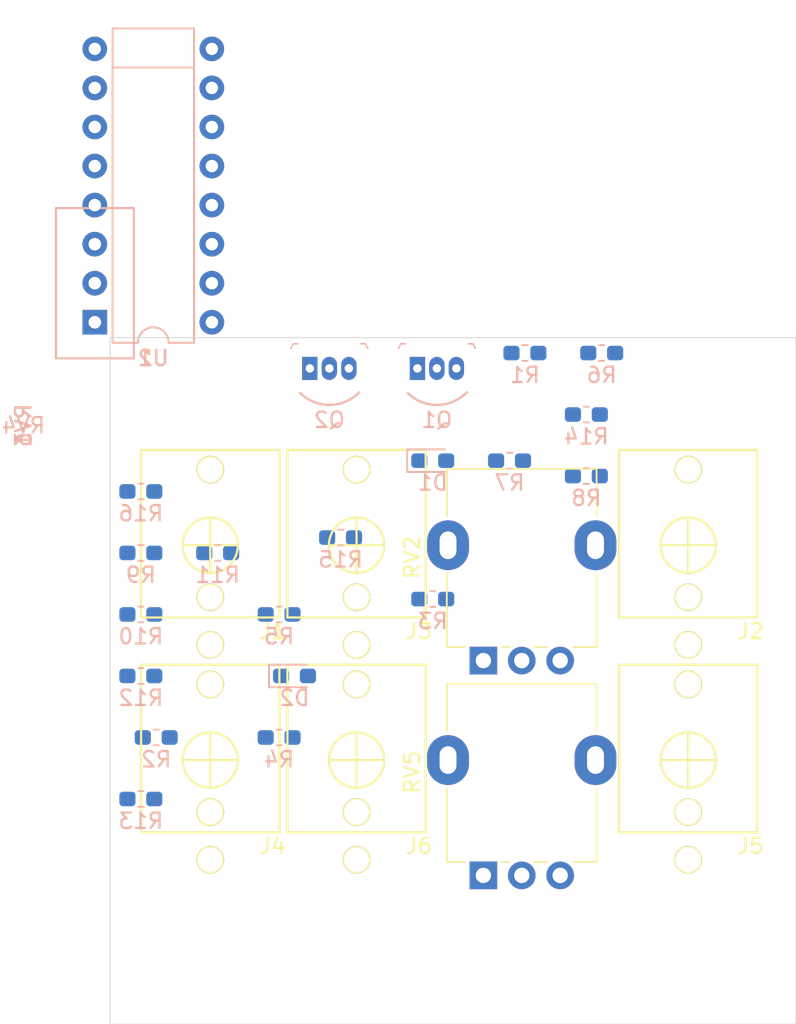
<source format=kicad_pcb>
(kicad_pcb (version 20171130) (host pcbnew "(5.1.2)-1")

  (general
    (thickness 1.6)
    (drawings 4)
    (tracks 0)
    (zones 0)
    (modules 34)
    (nets 34)
  )

  (page A4)
  (layers
    (0 F.Cu signal)
    (31 B.Cu signal)
    (32 B.Adhes user)
    (33 F.Adhes user)
    (34 B.Paste user)
    (35 F.Paste user)
    (36 B.SilkS user)
    (37 F.SilkS user)
    (38 B.Mask user)
    (39 F.Mask user)
    (40 Dwgs.User user)
    (41 Cmts.User user)
    (42 Eco1.User user)
    (43 Eco2.User user)
    (44 Edge.Cuts user)
    (45 Margin user)
    (46 B.CrtYd user)
    (47 F.CrtYd user)
    (48 B.Fab user)
    (49 F.Fab user)
  )

  (setup
    (last_trace_width 0.25)
    (trace_clearance 0.2)
    (zone_clearance 0.508)
    (zone_45_only no)
    (trace_min 0.2)
    (via_size 0.8)
    (via_drill 0.4)
    (via_min_size 0.4)
    (via_min_drill 0.3)
    (uvia_size 0.3)
    (uvia_drill 0.1)
    (uvias_allowed no)
    (uvia_min_size 0.2)
    (uvia_min_drill 0.1)
    (edge_width 0.05)
    (segment_width 0.2)
    (pcb_text_width 0.3)
    (pcb_text_size 1.5 1.5)
    (mod_edge_width 0.12)
    (mod_text_size 1 1)
    (mod_text_width 0.15)
    (pad_size 1.524 1.524)
    (pad_drill 0.762)
    (pad_to_mask_clearance 0.051)
    (solder_mask_min_width 0.25)
    (aux_axis_origin 0 0)
    (grid_origin 50.8 50.8)
    (visible_elements FFFFFF7F)
    (pcbplotparams
      (layerselection 0x010fc_ffffffff)
      (usegerberextensions false)
      (usegerberattributes false)
      (usegerberadvancedattributes false)
      (creategerberjobfile false)
      (excludeedgelayer true)
      (linewidth 0.100000)
      (plotframeref false)
      (viasonmask false)
      (mode 1)
      (useauxorigin false)
      (hpglpennumber 1)
      (hpglpenspeed 20)
      (hpglpendiameter 15.000000)
      (psnegative false)
      (psa4output false)
      (plotreference true)
      (plotvalue true)
      (plotinvisibletext false)
      (padsonsilk false)
      (subtractmaskfromsilk false)
      (outputformat 1)
      (mirror false)
      (drillshape 1)
      (scaleselection 1)
      (outputdirectory ""))
  )

  (net 0 "")
  (net 1 "Net-(D1-Pad2)")
  (net 2 "Net-(D1-Pad1)")
  (net 3 "Net-(D2-Pad2)")
  (net 4 "Net-(D2-Pad1)")
  (net 5 IN1)
  (net 6 Earth)
  (net 7 "Net-(Q1-Pad3)")
  (net 8 "Net-(Q2-Pad3)")
  (net 9 "Net-(R1-Pad2)")
  (net 10 "Net-(R1-Pad1)")
  (net 11 "Net-(R2-Pad1)")
  (net 12 +12V)
  (net 13 "Net-(R11-Pad2)")
  (net 14 CV1)
  (net 15 "Net-(R16-Pad1)")
  (net 16 IN2)
  (net 17 CV2)
  (net 18 -12V)
  (net 19 OUT1)
  (net 20 OUT2)
  (net 21 "Net-(U1-Pad8)")
  (net 22 "Net-(U1-Pad7)")
  (net 23 "Net-(U1-Pad10)")
  (net 24 "Net-(U1-Pad9)")
  (net 25 "Net-(R4-Pad1)")
  (net 26 "Net-(R6-Pad2)")
  (net 27 "Net-(R8-Pad1)")
  (net 28 "Net-(R9-Pad2)")
  (net 29 "Net-(R10-Pad1)")
  (net 30 "Net-(R12-Pad1)")
  (net 31 "Net-(R14-Pad2)")
  (net 32 "Net-(RV2-Pad2)")
  (net 33 "Net-(RV5-Pad2)")

  (net_class Default "This is the default net class."
    (clearance 0.2)
    (trace_width 0.25)
    (via_dia 0.8)
    (via_drill 0.4)
    (uvia_dia 0.3)
    (uvia_drill 0.1)
    (add_net +12V)
    (add_net -12V)
    (add_net CV1)
    (add_net CV2)
    (add_net Earth)
    (add_net IN1)
    (add_net IN2)
    (add_net "Net-(D1-Pad1)")
    (add_net "Net-(D1-Pad2)")
    (add_net "Net-(D2-Pad1)")
    (add_net "Net-(D2-Pad2)")
    (add_net "Net-(Q1-Pad3)")
    (add_net "Net-(Q2-Pad3)")
    (add_net "Net-(R1-Pad1)")
    (add_net "Net-(R1-Pad2)")
    (add_net "Net-(R10-Pad1)")
    (add_net "Net-(R11-Pad2)")
    (add_net "Net-(R12-Pad1)")
    (add_net "Net-(R14-Pad2)")
    (add_net "Net-(R16-Pad1)")
    (add_net "Net-(R2-Pad1)")
    (add_net "Net-(R4-Pad1)")
    (add_net "Net-(R6-Pad2)")
    (add_net "Net-(R8-Pad1)")
    (add_net "Net-(R9-Pad2)")
    (add_net "Net-(RV2-Pad2)")
    (add_net "Net-(RV5-Pad2)")
    (add_net "Net-(U1-Pad10)")
    (add_net "Net-(U1-Pad7)")
    (add_net "Net-(U1-Pad8)")
    (add_net "Net-(U1-Pad9)")
    (add_net OUT1)
    (add_net OUT2)
  )

  (module Potentiometer_THT:Potentiometer_Alpha_RD901F-40-00D_Single_Vertical (layer F.Cu) (tedit 5C6C6C14) (tstamp 5CDC959F)
    (at 74.295 84.97 90)
    (descr "Potentiometer, vertical, 9mm, single, http://www.taiwanalpha.com.tw/downloads?target=products&id=113")
    (tags "potentiometer vertical 9mm single")
    (path /5D062385)
    (fp_text reference RV5 (at 6.71 -4.64 270) (layer F.SilkS)
      (effects (font (size 1 1) (thickness 0.15)))
    )
    (fp_text value R_POT_US (at 0 9.86 270) (layer F.Fab)
      (effects (font (size 1 1) (thickness 0.15)))
    )
    (fp_line (start 0.88 4.16) (end 0.88 3.33) (layer F.SilkS) (width 0.12))
    (fp_line (start 0.88 1.71) (end 0.88 1.18) (layer F.SilkS) (width 0.12))
    (fp_line (start 0.88 -1.19) (end 0.88 -2.37) (layer F.SilkS) (width 0.12))
    (fp_line (start 0.88 7.37) (end 5.6 7.37) (layer F.SilkS) (width 0.12))
    (fp_line (start 9.41 -2.37) (end 12.47 -2.37) (layer F.SilkS) (width 0.12))
    (fp_line (start 1 7.25) (end 12.35 7.25) (layer F.Fab) (width 0.1))
    (fp_line (start 1 -2.25) (end 12.35 -2.25) (layer F.Fab) (width 0.1))
    (fp_line (start 12.35 7.25) (end 12.35 -2.25) (layer F.Fab) (width 0.1))
    (fp_line (start 1 7.25) (end 1 -2.25) (layer F.Fab) (width 0.1))
    (fp_circle (center 7.5 2.5) (end 7.5 -1) (layer F.Fab) (width 0.1))
    (fp_line (start 0.88 -2.38) (end 5.6 -2.38) (layer F.SilkS) (width 0.12))
    (fp_line (start 9.41 7.37) (end 12.47 7.37) (layer F.SilkS) (width 0.12))
    (fp_line (start 0.88 7.37) (end 0.88 5.88) (layer F.SilkS) (width 0.12))
    (fp_line (start 12.47 7.37) (end 12.47 -2.37) (layer F.SilkS) (width 0.12))
    (fp_line (start 12.6 8.91) (end 12.6 -3.91) (layer F.CrtYd) (width 0.05))
    (fp_line (start 12.6 -3.91) (end -1.15 -3.91) (layer F.CrtYd) (width 0.05))
    (fp_line (start -1.15 -3.91) (end -1.15 8.91) (layer F.CrtYd) (width 0.05))
    (fp_line (start -1.15 8.91) (end 12.6 8.91) (layer F.CrtYd) (width 0.05))
    (fp_text user %R (at 7.62 2.54 90) (layer F.Fab)
      (effects (font (size 1 1) (thickness 0.15)))
    )
    (pad "" thru_hole oval (at 7.5 -2.3 180) (size 2.72 3.24) (drill oval 1.1 1.8) (layers *.Cu *.Mask))
    (pad "" thru_hole oval (at 7.5 7.3 180) (size 2.72 3.24) (drill oval 1.1 1.8) (layers *.Cu *.Mask))
    (pad 3 thru_hole circle (at 0 5 180) (size 1.8 1.8) (drill 1) (layers *.Cu *.Mask)
      (net 33 "Net-(RV5-Pad2)"))
    (pad 2 thru_hole circle (at 0 2.5 180) (size 1.8 1.8) (drill 1) (layers *.Cu *.Mask)
      (net 33 "Net-(RV5-Pad2)"))
    (pad 1 thru_hole rect (at 0 0 180) (size 1.8 1.8) (drill 1) (layers *.Cu *.Mask)
      (net 20 OUT2))
    (model ${KISYS3DMOD}/Potentiometer_THT.3dshapes/Potentiometer_Alpha_RD901F-40-00D_Single_Vertical.wrl
      (at (xyz 0 0 0))
      (scale (xyz 1 1 1))
      (rotate (xyz 0 0 0))
    )
  )

  (module Potentiometer_THT:Potentiometer_Alpha_RD901F-40-00D_Single_Vertical (layer F.Cu) (tedit 5C6C6C14) (tstamp 5CD8ECEC)
    (at 74.295 71 90)
    (descr "Potentiometer, vertical, 9mm, single, http://www.taiwanalpha.com.tw/downloads?target=products&id=113")
    (tags "potentiometer vertical 9mm single")
    (path /5CEA0D6A)
    (fp_text reference RV2 (at 6.71 -4.64 270) (layer F.SilkS)
      (effects (font (size 1 1) (thickness 0.15)))
    )
    (fp_text value R_POT_US (at 0 9.86 270) (layer F.Fab)
      (effects (font (size 1 1) (thickness 0.15)))
    )
    (fp_line (start 0.88 4.16) (end 0.88 3.33) (layer F.SilkS) (width 0.12))
    (fp_line (start 0.88 1.71) (end 0.88 1.18) (layer F.SilkS) (width 0.12))
    (fp_line (start 0.88 -1.19) (end 0.88 -2.37) (layer F.SilkS) (width 0.12))
    (fp_line (start 0.88 7.37) (end 5.6 7.37) (layer F.SilkS) (width 0.12))
    (fp_line (start 9.41 -2.37) (end 12.47 -2.37) (layer F.SilkS) (width 0.12))
    (fp_line (start 1 7.25) (end 12.35 7.25) (layer F.Fab) (width 0.1))
    (fp_line (start 1 -2.25) (end 12.35 -2.25) (layer F.Fab) (width 0.1))
    (fp_line (start 12.35 7.25) (end 12.35 -2.25) (layer F.Fab) (width 0.1))
    (fp_line (start 1 7.25) (end 1 -2.25) (layer F.Fab) (width 0.1))
    (fp_circle (center 7.5 2.5) (end 7.5 -1) (layer F.Fab) (width 0.1))
    (fp_line (start 0.88 -2.38) (end 5.6 -2.38) (layer F.SilkS) (width 0.12))
    (fp_line (start 9.41 7.37) (end 12.47 7.37) (layer F.SilkS) (width 0.12))
    (fp_line (start 0.88 7.37) (end 0.88 5.88) (layer F.SilkS) (width 0.12))
    (fp_line (start 12.47 7.37) (end 12.47 -2.37) (layer F.SilkS) (width 0.12))
    (fp_line (start 12.6 8.91) (end 12.6 -3.91) (layer F.CrtYd) (width 0.05))
    (fp_line (start 12.6 -3.91) (end -1.15 -3.91) (layer F.CrtYd) (width 0.05))
    (fp_line (start -1.15 -3.91) (end -1.15 8.91) (layer F.CrtYd) (width 0.05))
    (fp_line (start -1.15 8.91) (end 12.6 8.91) (layer F.CrtYd) (width 0.05))
    (fp_text user %R (at 7.62 2.54 90) (layer F.Fab)
      (effects (font (size 1 1) (thickness 0.15)))
    )
    (pad "" thru_hole oval (at 7.5 -2.3 180) (size 2.72 3.24) (drill oval 1.1 1.8) (layers *.Cu *.Mask))
    (pad "" thru_hole oval (at 7.5 7.3 180) (size 2.72 3.24) (drill oval 1.1 1.8) (layers *.Cu *.Mask))
    (pad 3 thru_hole circle (at 0 5 180) (size 1.8 1.8) (drill 1) (layers *.Cu *.Mask)
      (net 32 "Net-(RV2-Pad2)"))
    (pad 2 thru_hole circle (at 0 2.5 180) (size 1.8 1.8) (drill 1) (layers *.Cu *.Mask)
      (net 32 "Net-(RV2-Pad2)"))
    (pad 1 thru_hole rect (at 0 0 180) (size 1.8 1.8) (drill 1) (layers *.Cu *.Mask)
      (net 19 OUT1))
    (model ${KISYS3DMOD}/Potentiometer_THT.3dshapes/Potentiometer_Alpha_RD901F-40-00D_Single_Vertical.wrl
      (at (xyz 0 0 0))
      (scale (xyz 1 1 1))
      (rotate (xyz 0 0 0))
    )
  )

  (module Potentiometer_THT:Potentiometer_Bourns_3296W_Vertical placed (layer B.Cu) (tedit 5A3D4994) (tstamp 5CD8EDCC)
    (at 49 49 270)
    (descr "Potentiometer, vertical, Bourns 3296W, https://www.bourns.com/pdfs/3296.pdf")
    (tags "Potentiometer vertical Bourns 3296W")
    (path /5D0623AA)
    (fp_text reference RV6 (at 6.71 4.64 90) (layer B.SilkS)
      (effects (font (size 1 1) (thickness 0.15)) (justify mirror))
    )
    (fp_text value R_POT_US (at 0 -9.86 90) (layer B.Fab)
      (effects (font (size 1 1) (thickness 0.15)) (justify mirror))
    )
    (fp_text user %R (at 7.62 -2.54 270) (layer B.Fab)
      (effects (font (size 1 1) (thickness 0.15)) (justify mirror))
    )
    (fp_line (start 2.5 2.7) (end -7.6 2.7) (layer B.CrtYd) (width 0.05))
    (fp_line (start 2.5 -2.7) (end 2.5 2.7) (layer B.CrtYd) (width 0.05))
    (fp_line (start -7.6 -2.7) (end 2.5 -2.7) (layer B.CrtYd) (width 0.05))
    (fp_line (start -7.6 2.7) (end -7.6 -2.7) (layer B.CrtYd) (width 0.05))
    (fp_line (start 2.345 2.53) (end 2.345 -2.54) (layer B.SilkS) (width 0.12))
    (fp_line (start -7.425 2.53) (end -7.425 -2.54) (layer B.SilkS) (width 0.12))
    (fp_line (start -7.425 -2.54) (end 2.345 -2.54) (layer B.SilkS) (width 0.12))
    (fp_line (start -7.425 2.53) (end 2.345 2.53) (layer B.SilkS) (width 0.12))
    (fp_line (start 0.955 -2.235) (end 0.956 -0.066) (layer B.Fab) (width 0.1))
    (fp_line (start 0.955 -2.235) (end 0.956 -0.066) (layer B.Fab) (width 0.1))
    (fp_line (start 2.225 2.41) (end -7.305 2.41) (layer B.Fab) (width 0.1))
    (fp_line (start 2.225 -2.42) (end 2.225 2.41) (layer B.Fab) (width 0.1))
    (fp_line (start -7.305 -2.42) (end 2.225 -2.42) (layer B.Fab) (width 0.1))
    (fp_line (start -7.305 2.41) (end -7.305 -2.42) (layer B.Fab) (width 0.1))
    (fp_circle (center 0.955 -1.15) (end 2.05 -1.15) (layer B.Fab) (width 0.1))
    (pad 3 thru_hole circle (at -5.08 0 270) (size 1.44 1.44) (drill 0.8) (layers *.Cu *.Mask)
      (net 18 -12V))
    (pad 2 thru_hole circle (at -2.54 0 270) (size 1.44 1.44) (drill 0.8) (layers *.Cu *.Mask)
      (net 15 "Net-(R16-Pad1)"))
    (pad 1 thru_hole circle (at 0 0 270) (size 1.44 1.44) (drill 0.8) (layers *.Cu *.Mask)
      (net 12 +12V))
    (model ${KISYS3DMOD}/Potentiometer_THT.3dshapes/Potentiometer_Bourns_3296W_Vertical.wrl
      (at (xyz 0 0 0))
      (scale (xyz 1 1 1))
      (rotate (xyz 0 0 0))
    )
  )

  (module Potentiometer_THT:Potentiometer_Bourns_3296W_Vertical placed (layer B.Cu) (tedit 5A3D4994) (tstamp 5CD8ED5C)
    (at 49 49 270)
    (descr "Potentiometer, vertical, Bourns 3296W, https://www.bourns.com/pdfs/3296.pdf")
    (tags "Potentiometer vertical Bourns 3296W")
    (path /5D062327)
    (fp_text reference RV4 (at 6.71 4.64 180) (layer B.SilkS)
      (effects (font (size 1 1) (thickness 0.15)) (justify mirror))
    )
    (fp_text value R_POT_US (at 0 -9.86 90) (layer B.Fab)
      (effects (font (size 1 1) (thickness 0.15)) (justify mirror))
    )
    (fp_text user %R (at 7.62 -2.54 270) (layer B.Fab)
      (effects (font (size 1 1) (thickness 0.15)) (justify mirror))
    )
    (fp_line (start 2.5 2.7) (end -7.6 2.7) (layer B.CrtYd) (width 0.05))
    (fp_line (start 2.5 -2.7) (end 2.5 2.7) (layer B.CrtYd) (width 0.05))
    (fp_line (start -7.6 -2.7) (end 2.5 -2.7) (layer B.CrtYd) (width 0.05))
    (fp_line (start -7.6 2.7) (end -7.6 -2.7) (layer B.CrtYd) (width 0.05))
    (fp_line (start 2.345 2.53) (end 2.345 -2.54) (layer B.SilkS) (width 0.12))
    (fp_line (start -7.425 2.53) (end -7.425 -2.54) (layer B.SilkS) (width 0.12))
    (fp_line (start -7.425 -2.54) (end 2.345 -2.54) (layer B.SilkS) (width 0.12))
    (fp_line (start -7.425 2.53) (end 2.345 2.53) (layer B.SilkS) (width 0.12))
    (fp_line (start 0.955 -2.235) (end 0.956 -0.066) (layer B.Fab) (width 0.1))
    (fp_line (start 0.955 -2.235) (end 0.956 -0.066) (layer B.Fab) (width 0.1))
    (fp_line (start 2.225 2.41) (end -7.305 2.41) (layer B.Fab) (width 0.1))
    (fp_line (start 2.225 -2.42) (end 2.225 2.41) (layer B.Fab) (width 0.1))
    (fp_line (start -7.305 -2.42) (end 2.225 -2.42) (layer B.Fab) (width 0.1))
    (fp_line (start -7.305 2.41) (end -7.305 -2.42) (layer B.Fab) (width 0.1))
    (fp_circle (center 0.955 -1.15) (end 2.05 -1.15) (layer B.Fab) (width 0.1))
    (pad 3 thru_hole circle (at -5.08 0 270) (size 1.44 1.44) (drill 0.8) (layers *.Cu *.Mask)
      (net 18 -12V))
    (pad 2 thru_hole circle (at -2.54 0 270) (size 1.44 1.44) (drill 0.8) (layers *.Cu *.Mask)
      (net 28 "Net-(R9-Pad2)"))
    (pad 1 thru_hole circle (at 0 0 270) (size 1.44 1.44) (drill 0.8) (layers *.Cu *.Mask)
      (net 12 +12V))
    (model ${KISYS3DMOD}/Potentiometer_THT.3dshapes/Potentiometer_Bourns_3296W_Vertical.wrl
      (at (xyz 0 0 0))
      (scale (xyz 1 1 1))
      (rotate (xyz 0 0 0))
    )
  )

  (module Potentiometer_THT:Potentiometer_Bourns_3296W_Vertical placed (layer B.Cu) (tedit 5A3D4994) (tstamp 5CD8ED24)
    (at 49 49 270)
    (descr "Potentiometer, vertical, Bourns 3296W, https://www.bourns.com/pdfs/3296.pdf")
    (tags "Potentiometer vertical Bourns 3296W")
    (path /5CEEFEEE)
    (fp_text reference RV3 (at 6.71 4.64 90) (layer B.SilkS)
      (effects (font (size 1 1) (thickness 0.15)) (justify mirror))
    )
    (fp_text value R_POT_US (at 0 -9.86 90) (layer B.Fab)
      (effects (font (size 1 1) (thickness 0.15)) (justify mirror))
    )
    (fp_text user %R (at 7.62 -2.54 270) (layer B.Fab)
      (effects (font (size 1 1) (thickness 0.15)) (justify mirror))
    )
    (fp_line (start 2.5 2.7) (end -7.6 2.7) (layer B.CrtYd) (width 0.05))
    (fp_line (start 2.5 -2.7) (end 2.5 2.7) (layer B.CrtYd) (width 0.05))
    (fp_line (start -7.6 -2.7) (end 2.5 -2.7) (layer B.CrtYd) (width 0.05))
    (fp_line (start -7.6 2.7) (end -7.6 -2.7) (layer B.CrtYd) (width 0.05))
    (fp_line (start 2.345 2.53) (end 2.345 -2.54) (layer B.SilkS) (width 0.12))
    (fp_line (start -7.425 2.53) (end -7.425 -2.54) (layer B.SilkS) (width 0.12))
    (fp_line (start -7.425 -2.54) (end 2.345 -2.54) (layer B.SilkS) (width 0.12))
    (fp_line (start -7.425 2.53) (end 2.345 2.53) (layer B.SilkS) (width 0.12))
    (fp_line (start 0.955 -2.235) (end 0.956 -0.066) (layer B.Fab) (width 0.1))
    (fp_line (start 0.955 -2.235) (end 0.956 -0.066) (layer B.Fab) (width 0.1))
    (fp_line (start 2.225 2.41) (end -7.305 2.41) (layer B.Fab) (width 0.1))
    (fp_line (start 2.225 -2.42) (end 2.225 2.41) (layer B.Fab) (width 0.1))
    (fp_line (start -7.305 -2.42) (end 2.225 -2.42) (layer B.Fab) (width 0.1))
    (fp_line (start -7.305 2.41) (end -7.305 -2.42) (layer B.Fab) (width 0.1))
    (fp_circle (center 0.955 -1.15) (end 2.05 -1.15) (layer B.Fab) (width 0.1))
    (pad 3 thru_hole circle (at -5.08 0 270) (size 1.44 1.44) (drill 0.8) (layers *.Cu *.Mask)
      (net 18 -12V))
    (pad 2 thru_hole circle (at -2.54 0 270) (size 1.44 1.44) (drill 0.8) (layers *.Cu *.Mask)
      (net 27 "Net-(R8-Pad1)"))
    (pad 1 thru_hole circle (at 0 0 270) (size 1.44 1.44) (drill 0.8) (layers *.Cu *.Mask)
      (net 12 +12V))
    (model ${KISYS3DMOD}/Potentiometer_THT.3dshapes/Potentiometer_Bourns_3296W_Vertical.wrl
      (at (xyz 0 0 0))
      (scale (xyz 1 1 1))
      (rotate (xyz 0 0 0))
    )
  )

  (module Potentiometer_THT:Potentiometer_Bourns_3296W_Vertical placed (layer B.Cu) (tedit 5A3D4994) (tstamp 5CD8ECB4)
    (at 49 49 270)
    (descr "Potentiometer, vertical, Bourns 3296W, https://www.bourns.com/pdfs/3296.pdf")
    (tags "Potentiometer vertical Bourns 3296W")
    (path /5CDDB119)
    (fp_text reference RV1 (at 6.71 4.64 90) (layer B.SilkS)
      (effects (font (size 1 1) (thickness 0.15)) (justify mirror))
    )
    (fp_text value R_POT_US (at 0 -9.86 90) (layer B.Fab)
      (effects (font (size 1 1) (thickness 0.15)) (justify mirror))
    )
    (fp_text user %R (at 7.62 -2.54) (layer B.Fab)
      (effects (font (size 1 1) (thickness 0.15)) (justify mirror))
    )
    (fp_line (start 2.5 2.7) (end -7.6 2.7) (layer B.CrtYd) (width 0.05))
    (fp_line (start 2.5 -2.7) (end 2.5 2.7) (layer B.CrtYd) (width 0.05))
    (fp_line (start -7.6 -2.7) (end 2.5 -2.7) (layer B.CrtYd) (width 0.05))
    (fp_line (start -7.6 2.7) (end -7.6 -2.7) (layer B.CrtYd) (width 0.05))
    (fp_line (start 2.345 2.53) (end 2.345 -2.54) (layer B.SilkS) (width 0.12))
    (fp_line (start -7.425 2.53) (end -7.425 -2.54) (layer B.SilkS) (width 0.12))
    (fp_line (start -7.425 -2.54) (end 2.345 -2.54) (layer B.SilkS) (width 0.12))
    (fp_line (start -7.425 2.53) (end 2.345 2.53) (layer B.SilkS) (width 0.12))
    (fp_line (start 0.955 -2.235) (end 0.956 -0.066) (layer B.Fab) (width 0.1))
    (fp_line (start 0.955 -2.235) (end 0.956 -0.066) (layer B.Fab) (width 0.1))
    (fp_line (start 2.225 2.41) (end -7.305 2.41) (layer B.Fab) (width 0.1))
    (fp_line (start 2.225 -2.42) (end 2.225 2.41) (layer B.Fab) (width 0.1))
    (fp_line (start -7.305 -2.42) (end 2.225 -2.42) (layer B.Fab) (width 0.1))
    (fp_line (start -7.305 2.41) (end -7.305 -2.42) (layer B.Fab) (width 0.1))
    (fp_circle (center 0.955 -1.15) (end 2.05 -1.15) (layer B.Fab) (width 0.1))
    (pad 3 thru_hole circle (at -5.08 0 270) (size 1.44 1.44) (drill 0.8) (layers *.Cu *.Mask)
      (net 18 -12V))
    (pad 2 thru_hole circle (at -2.54 0 270) (size 1.44 1.44) (drill 0.8) (layers *.Cu *.Mask)
      (net 9 "Net-(R1-Pad2)"))
    (pad 1 thru_hole circle (at 0 0 270) (size 1.44 1.44) (drill 0.8) (layers *.Cu *.Mask)
      (net 12 +12V))
    (model ${KISYS3DMOD}/Potentiometer_THT.3dshapes/Potentiometer_Bourns_3296W_Vertical.wrl
      (at (xyz 0 0 0))
      (scale (xyz 1 1 1))
      (rotate (xyz 0 0 0))
    )
  )

  (module Package_DIP:DIP-16_W7.62mm placed (layer B.Cu) (tedit 5A02E8C5) (tstamp 5CDC6719)
    (at 49 49)
    (descr "16-lead though-hole mounted DIP package, row spacing 7.62 mm (300 mils)")
    (tags "THT DIP DIL PDIP 2.54mm 7.62mm 300mil")
    (path /5CDA465B)
    (fp_text reference U1 (at 3.81 2.33) (layer B.SilkS)
      (effects (font (size 1 1) (thickness 0.15)) (justify mirror))
    )
    (fp_text value LM13600 (at 3.81 -20.11) (layer B.Fab)
      (effects (font (size 1 1) (thickness 0.15)) (justify mirror))
    )
    (fp_text user %R (at 3.81 -8.89) (layer B.Fab)
      (effects (font (size 1 1) (thickness 0.15)) (justify mirror))
    )
    (fp_line (start 8.7 1.55) (end -1.1 1.55) (layer B.CrtYd) (width 0.05))
    (fp_line (start 8.7 -19.3) (end 8.7 1.55) (layer B.CrtYd) (width 0.05))
    (fp_line (start -1.1 -19.3) (end 8.7 -19.3) (layer B.CrtYd) (width 0.05))
    (fp_line (start -1.1 1.55) (end -1.1 -19.3) (layer B.CrtYd) (width 0.05))
    (fp_line (start 6.46 1.33) (end 4.81 1.33) (layer B.SilkS) (width 0.12))
    (fp_line (start 6.46 -19.11) (end 6.46 1.33) (layer B.SilkS) (width 0.12))
    (fp_line (start 1.16 -19.11) (end 6.46 -19.11) (layer B.SilkS) (width 0.12))
    (fp_line (start 1.16 1.33) (end 1.16 -19.11) (layer B.SilkS) (width 0.12))
    (fp_line (start 2.81 1.33) (end 1.16 1.33) (layer B.SilkS) (width 0.12))
    (fp_line (start 0.635 0.27) (end 1.635 1.27) (layer B.Fab) (width 0.1))
    (fp_line (start 0.635 -19.05) (end 0.635 0.27) (layer B.Fab) (width 0.1))
    (fp_line (start 6.985 -19.05) (end 0.635 -19.05) (layer B.Fab) (width 0.1))
    (fp_line (start 6.985 1.27) (end 6.985 -19.05) (layer B.Fab) (width 0.1))
    (fp_line (start 1.635 1.27) (end 6.985 1.27) (layer B.Fab) (width 0.1))
    (fp_arc (start 3.81 1.33) (end 2.81 1.33) (angle 180) (layer B.SilkS) (width 0.12))
    (pad 16 thru_hole oval (at 7.62 0) (size 1.6 1.6) (drill 0.8) (layers *.Cu *.Mask)
      (net 26 "Net-(R6-Pad2)"))
    (pad 8 thru_hole oval (at 0 -17.78) (size 1.6 1.6) (drill 0.8) (layers *.Cu *.Mask)
      (net 21 "Net-(U1-Pad8)"))
    (pad 15 thru_hole oval (at 7.62 -2.54) (size 1.6 1.6) (drill 0.8) (layers *.Cu *.Mask)
      (net 11 "Net-(R2-Pad1)"))
    (pad 7 thru_hole oval (at 0 -15.24) (size 1.6 1.6) (drill 0.8) (layers *.Cu *.Mask)
      (net 22 "Net-(U1-Pad7)"))
    (pad 14 thru_hole oval (at 7.62 -5.08) (size 1.6 1.6) (drill 0.8) (layers *.Cu *.Mask)
      (net 25 "Net-(R4-Pad1)"))
    (pad 6 thru_hole oval (at 0 -12.7) (size 1.6 1.6) (drill 0.8) (layers *.Cu *.Mask)
      (net 18 -12V))
    (pad 13 thru_hole oval (at 7.62 -7.62) (size 1.6 1.6) (drill 0.8) (layers *.Cu *.Mask)
      (net 10 "Net-(R1-Pad1)"))
    (pad 5 thru_hole oval (at 0 -10.16) (size 1.6 1.6) (drill 0.8) (layers *.Cu *.Mask)
      (net 33 "Net-(RV5-Pad2)"))
    (pad 12 thru_hole oval (at 7.62 -10.16) (size 1.6 1.6) (drill 0.8) (layers *.Cu *.Mask)
      (net 32 "Net-(RV2-Pad2)"))
    (pad 4 thru_hole oval (at 0 -7.62) (size 1.6 1.6) (drill 0.8) (layers *.Cu *.Mask)
      (net 13 "Net-(R11-Pad2)"))
    (pad 11 thru_hole oval (at 7.62 -12.7) (size 1.6 1.6) (drill 0.8) (layers *.Cu *.Mask)
      (net 12 +12V))
    (pad 3 thru_hole oval (at 0 -5.08) (size 1.6 1.6) (drill 0.8) (layers *.Cu *.Mask)
      (net 30 "Net-(R12-Pad1)"))
    (pad 10 thru_hole oval (at 7.62 -15.24) (size 1.6 1.6) (drill 0.8) (layers *.Cu *.Mask)
      (net 23 "Net-(U1-Pad10)"))
    (pad 2 thru_hole oval (at 0 -2.54) (size 1.6 1.6) (drill 0.8) (layers *.Cu *.Mask)
      (net 29 "Net-(R10-Pad1)"))
    (pad 9 thru_hole oval (at 7.62 -17.78) (size 1.6 1.6) (drill 0.8) (layers *.Cu *.Mask)
      (net 24 "Net-(U1-Pad9)"))
    (pad 1 thru_hole rect (at 0 0) (size 1.6 1.6) (drill 0.8) (layers *.Cu *.Mask)
      (net 31 "Net-(R14-Pad2)"))
    (model ${KISYS3DMOD}/Package_DIP.3dshapes/DIP-16_W7.62mm.wrl
      (at (xyz 0 0 0))
      (scale (xyz 1 1 1))
      (rotate (xyz 0 0 0))
    )
  )

  (module eurorack:PJ301M-12 placed (layer F.Cu) (tedit 5819F691) (tstamp 5CD9549E)
    (at 66.04 77.47)
    (path /5D01F349)
    (fp_text reference J6 (at 4.064 5.588) (layer F.SilkS)
      (effects (font (size 1 1) (thickness 0.15)))
    )
    (fp_text value PJ301M-12 (at 0 -7.112) (layer F.Fab)
      (effects (font (size 1 1) (thickness 0.15)))
    )
    (fp_line (start -4.5 -6.2) (end 4.5 -6.2) (layer F.SilkS) (width 0.15))
    (fp_line (start -4.5 4.7) (end 4.5 4.7) (layer F.SilkS) (width 0.15))
    (fp_line (start -4.5 -6.2) (end -4.5 4.7) (layer F.SilkS) (width 0.15))
    (fp_line (start 4.5 -6.2) (end 4.5 4.7) (layer F.SilkS) (width 0.15))
    (fp_circle (center 0 0) (end 1.8 0) (layer F.SilkS) (width 0.15))
    (fp_line (start 0 -1.8) (end 0 1.8) (layer F.SilkS) (width 0.15))
    (fp_line (start -1.8 0) (end 1.8 0) (layer F.SilkS) (width 0.15))
    (pad 3 thru_hole circle (at 0 -4.92) (size 1.8 1.8) (drill 1.6) (layers *.Cu *.Mask F.SilkS)
      (net 17 CV2))
    (pad 1 thru_hole circle (at 0 6.48) (size 1.8 1.8) (drill 1.6) (layers *.Cu *.Mask F.SilkS)
      (net 6 Earth))
    (pad 2 thru_hole circle (at 0 3.38) (size 1.8 1.8) (drill 1.6) (layers *.Cu *.Mask F.SilkS)
      (net 6 Earth))
  )

  (module eurorack:PJ301M-12 placed (layer F.Cu) (tedit 5819F691) (tstamp 5CD95474)
    (at 87.63 77.47)
    (path /5D01F343)
    (fp_text reference J5 (at 4.064 5.588) (layer F.SilkS)
      (effects (font (size 1 1) (thickness 0.15)))
    )
    (fp_text value PJ301M-12 (at 0 -7.112) (layer F.Fab)
      (effects (font (size 1 1) (thickness 0.15)))
    )
    (fp_line (start -4.5 -6.2) (end 4.5 -6.2) (layer F.SilkS) (width 0.15))
    (fp_line (start -4.5 4.7) (end 4.5 4.7) (layer F.SilkS) (width 0.15))
    (fp_line (start -4.5 -6.2) (end -4.5 4.7) (layer F.SilkS) (width 0.15))
    (fp_line (start 4.5 -6.2) (end 4.5 4.7) (layer F.SilkS) (width 0.15))
    (fp_circle (center 0 0) (end 1.8 0) (layer F.SilkS) (width 0.15))
    (fp_line (start 0 -1.8) (end 0 1.8) (layer F.SilkS) (width 0.15))
    (fp_line (start -1.8 0) (end 1.8 0) (layer F.SilkS) (width 0.15))
    (pad 3 thru_hole circle (at 0 -4.92) (size 1.8 1.8) (drill 1.6) (layers *.Cu *.Mask F.SilkS)
      (net 20 OUT2))
    (pad 1 thru_hole circle (at 0 6.48) (size 1.8 1.8) (drill 1.6) (layers *.Cu *.Mask F.SilkS)
      (net 6 Earth))
    (pad 2 thru_hole circle (at 0 3.38) (size 1.8 1.8) (drill 1.6) (layers *.Cu *.Mask F.SilkS)
      (net 6 Earth))
  )

  (module eurorack:PJ301M-12 placed (layer F.Cu) (tedit 5819F691) (tstamp 5CD95466)
    (at 56.515 77.47)
    (path /5D01F33D)
    (fp_text reference J4 (at 4.064 5.588) (layer F.SilkS)
      (effects (font (size 1 1) (thickness 0.15)))
    )
    (fp_text value PJ301M-12 (at 0 -7.112) (layer F.Fab)
      (effects (font (size 1 1) (thickness 0.15)))
    )
    (fp_line (start -4.5 -6.2) (end 4.5 -6.2) (layer F.SilkS) (width 0.15))
    (fp_line (start -4.5 4.7) (end 4.5 4.7) (layer F.SilkS) (width 0.15))
    (fp_line (start -4.5 -6.2) (end -4.5 4.7) (layer F.SilkS) (width 0.15))
    (fp_line (start 4.5 -6.2) (end 4.5 4.7) (layer F.SilkS) (width 0.15))
    (fp_circle (center 0 0) (end 1.8 0) (layer F.SilkS) (width 0.15))
    (fp_line (start 0 -1.8) (end 0 1.8) (layer F.SilkS) (width 0.15))
    (fp_line (start -1.8 0) (end 1.8 0) (layer F.SilkS) (width 0.15))
    (pad 3 thru_hole circle (at 0 -4.92) (size 1.8 1.8) (drill 1.6) (layers *.Cu *.Mask F.SilkS)
      (net 16 IN2))
    (pad 1 thru_hole circle (at 0 6.48) (size 1.8 1.8) (drill 1.6) (layers *.Cu *.Mask F.SilkS)
      (net 6 Earth))
    (pad 2 thru_hole circle (at 0 3.38) (size 1.8 1.8) (drill 1.6) (layers *.Cu *.Mask F.SilkS)
      (net 6 Earth))
  )

  (module Resistor_SMD:R_0603_1608Metric_Pad1.05x0.95mm_HandSolder placed (layer B.Cu) (tedit 5B301BBD) (tstamp 5CD8EA67)
    (at 52 60)
    (descr "Resistor SMD 0603 (1608 Metric), square (rectangular) end terminal, IPC_7351 nominal with elongated pad for handsoldering. (Body size source: http://www.tortai-tech.com/upload/download/2011102023233369053.pdf), generated with kicad-footprint-generator")
    (tags "resistor handsolder")
    (path /5D06239C)
    (attr smd)
    (fp_text reference R16 (at 0 1.43) (layer B.SilkS)
      (effects (font (size 1 1) (thickness 0.15)) (justify mirror))
    )
    (fp_text value R_US (at 0 -1.43) (layer B.Fab)
      (effects (font (size 1 1) (thickness 0.15)) (justify mirror))
    )
    (fp_text user %R (at 0 0) (layer B.Fab)
      (effects (font (size 0.4 0.4) (thickness 0.06)) (justify mirror))
    )
    (fp_line (start 1.65 -0.73) (end -1.65 -0.73) (layer B.CrtYd) (width 0.05))
    (fp_line (start 1.65 0.73) (end 1.65 -0.73) (layer B.CrtYd) (width 0.05))
    (fp_line (start -1.65 0.73) (end 1.65 0.73) (layer B.CrtYd) (width 0.05))
    (fp_line (start -1.65 -0.73) (end -1.65 0.73) (layer B.CrtYd) (width 0.05))
    (fp_line (start -0.171267 -0.51) (end 0.171267 -0.51) (layer B.SilkS) (width 0.12))
    (fp_line (start -0.171267 0.51) (end 0.171267 0.51) (layer B.SilkS) (width 0.12))
    (fp_line (start 0.8 -0.4) (end -0.8 -0.4) (layer B.Fab) (width 0.1))
    (fp_line (start 0.8 0.4) (end 0.8 -0.4) (layer B.Fab) (width 0.1))
    (fp_line (start -0.8 0.4) (end 0.8 0.4) (layer B.Fab) (width 0.1))
    (fp_line (start -0.8 -0.4) (end -0.8 0.4) (layer B.Fab) (width 0.1))
    (pad 2 smd roundrect (at 0.875 0) (size 1.05 0.95) (layers B.Cu B.Paste B.Mask) (roundrect_rratio 0.25)
      (net 4 "Net-(D2-Pad1)"))
    (pad 1 smd roundrect (at -0.875 0) (size 1.05 0.95) (layers B.Cu B.Paste B.Mask) (roundrect_rratio 0.25)
      (net 15 "Net-(R16-Pad1)"))
    (model ${KISYS3DMOD}/Resistor_SMD.3dshapes/R_0603_1608Metric.wrl
      (at (xyz 0 0 0))
      (scale (xyz 1 1 1))
      (rotate (xyz 0 0 0))
    )
  )

  (module Resistor_SMD:R_0603_1608Metric_Pad1.05x0.95mm_HandSolder placed (layer B.Cu) (tedit 5B301BBD) (tstamp 5CD8EA45)
    (at 65 63)
    (descr "Resistor SMD 0603 (1608 Metric), square (rectangular) end terminal, IPC_7351 nominal with elongated pad for handsoldering. (Body size source: http://www.tortai-tech.com/upload/download/2011102023233369053.pdf), generated with kicad-footprint-generator")
    (tags "resistor handsolder")
    (path /5D062396)
    (attr smd)
    (fp_text reference R15 (at 0 1.43) (layer B.SilkS)
      (effects (font (size 1 1) (thickness 0.15)) (justify mirror))
    )
    (fp_text value R_US (at 0 -1.43) (layer B.Fab)
      (effects (font (size 1 1) (thickness 0.15)) (justify mirror))
    )
    (fp_text user %R (at 0 0) (layer B.Fab)
      (effects (font (size 0.4 0.4) (thickness 0.06)) (justify mirror))
    )
    (fp_line (start 1.65 -0.73) (end -1.65 -0.73) (layer B.CrtYd) (width 0.05))
    (fp_line (start 1.65 0.73) (end 1.65 -0.73) (layer B.CrtYd) (width 0.05))
    (fp_line (start -1.65 0.73) (end 1.65 0.73) (layer B.CrtYd) (width 0.05))
    (fp_line (start -1.65 -0.73) (end -1.65 0.73) (layer B.CrtYd) (width 0.05))
    (fp_line (start -0.171267 -0.51) (end 0.171267 -0.51) (layer B.SilkS) (width 0.12))
    (fp_line (start -0.171267 0.51) (end 0.171267 0.51) (layer B.SilkS) (width 0.12))
    (fp_line (start 0.8 -0.4) (end -0.8 -0.4) (layer B.Fab) (width 0.1))
    (fp_line (start 0.8 0.4) (end 0.8 -0.4) (layer B.Fab) (width 0.1))
    (fp_line (start -0.8 0.4) (end 0.8 0.4) (layer B.Fab) (width 0.1))
    (fp_line (start -0.8 -0.4) (end -0.8 0.4) (layer B.Fab) (width 0.1))
    (pad 2 smd roundrect (at 0.875 0) (size 1.05 0.95) (layers B.Cu B.Paste B.Mask) (roundrect_rratio 0.25)
      (net 17 CV2))
    (pad 1 smd roundrect (at -0.875 0) (size 1.05 0.95) (layers B.Cu B.Paste B.Mask) (roundrect_rratio 0.25)
      (net 4 "Net-(D2-Pad1)"))
    (model ${KISYS3DMOD}/Resistor_SMD.3dshapes/R_0603_1608Metric.wrl
      (at (xyz 0 0 0))
      (scale (xyz 1 1 1))
      (rotate (xyz 0 0 0))
    )
  )

  (module Resistor_SMD:R_0603_1608Metric_Pad1.05x0.95mm_HandSolder placed (layer B.Cu) (tedit 5B301BBD) (tstamp 5CD8EA23)
    (at 81 55)
    (descr "Resistor SMD 0603 (1608 Metric), square (rectangular) end terminal, IPC_7351 nominal with elongated pad for handsoldering. (Body size source: http://www.tortai-tech.com/upload/download/2011102023233369053.pdf), generated with kicad-footprint-generator")
    (tags "resistor handsolder")
    (path /5D0623CB)
    (attr smd)
    (fp_text reference R14 (at 0 1.43) (layer B.SilkS)
      (effects (font (size 1 1) (thickness 0.15)) (justify mirror))
    )
    (fp_text value R_US (at 0 -1.43) (layer B.Fab)
      (effects (font (size 1 1) (thickness 0.15)) (justify mirror))
    )
    (fp_text user %R (at 0 0) (layer B.Fab)
      (effects (font (size 0.4 0.4) (thickness 0.06)) (justify mirror))
    )
    (fp_line (start 1.65 -0.73) (end -1.65 -0.73) (layer B.CrtYd) (width 0.05))
    (fp_line (start 1.65 0.73) (end 1.65 -0.73) (layer B.CrtYd) (width 0.05))
    (fp_line (start -1.65 0.73) (end 1.65 0.73) (layer B.CrtYd) (width 0.05))
    (fp_line (start -1.65 -0.73) (end -1.65 0.73) (layer B.CrtYd) (width 0.05))
    (fp_line (start -0.171267 -0.51) (end 0.171267 -0.51) (layer B.SilkS) (width 0.12))
    (fp_line (start -0.171267 0.51) (end 0.171267 0.51) (layer B.SilkS) (width 0.12))
    (fp_line (start 0.8 -0.4) (end -0.8 -0.4) (layer B.Fab) (width 0.1))
    (fp_line (start 0.8 0.4) (end 0.8 -0.4) (layer B.Fab) (width 0.1))
    (fp_line (start -0.8 0.4) (end 0.8 0.4) (layer B.Fab) (width 0.1))
    (fp_line (start -0.8 -0.4) (end -0.8 0.4) (layer B.Fab) (width 0.1))
    (pad 2 smd roundrect (at 0.875 0) (size 1.05 0.95) (layers B.Cu B.Paste B.Mask) (roundrect_rratio 0.25)
      (net 31 "Net-(R14-Pad2)"))
    (pad 1 smd roundrect (at -0.875 0) (size 1.05 0.95) (layers B.Cu B.Paste B.Mask) (roundrect_rratio 0.25)
      (net 8 "Net-(Q2-Pad3)"))
    (model ${KISYS3DMOD}/Resistor_SMD.3dshapes/R_0603_1608Metric.wrl
      (at (xyz 0 0 0))
      (scale (xyz 1 1 1))
      (rotate (xyz 0 0 0))
    )
  )

  (module Resistor_SMD:R_0603_1608Metric_Pad1.05x0.95mm_HandSolder placed (layer B.Cu) (tedit 5B301BBD) (tstamp 5CD8EA01)
    (at 52 80)
    (descr "Resistor SMD 0603 (1608 Metric), square (rectangular) end terminal, IPC_7351 nominal with elongated pad for handsoldering. (Body size source: http://www.tortai-tech.com/upload/download/2011102023233369053.pdf), generated with kicad-footprint-generator")
    (tags "resistor handsolder")
    (path /5D062339)
    (attr smd)
    (fp_text reference R13 (at 0 1.43) (layer B.SilkS)
      (effects (font (size 1 1) (thickness 0.15)) (justify mirror))
    )
    (fp_text value R_US (at 0 -1.43) (layer B.Fab)
      (effects (font (size 1 1) (thickness 0.15)) (justify mirror))
    )
    (fp_text user %R (at 0 0) (layer B.Fab)
      (effects (font (size 0.4 0.4) (thickness 0.06)) (justify mirror))
    )
    (fp_line (start 1.65 -0.73) (end -1.65 -0.73) (layer B.CrtYd) (width 0.05))
    (fp_line (start 1.65 0.73) (end 1.65 -0.73) (layer B.CrtYd) (width 0.05))
    (fp_line (start -1.65 0.73) (end 1.65 0.73) (layer B.CrtYd) (width 0.05))
    (fp_line (start -1.65 -0.73) (end -1.65 0.73) (layer B.CrtYd) (width 0.05))
    (fp_line (start -0.171267 -0.51) (end 0.171267 -0.51) (layer B.SilkS) (width 0.12))
    (fp_line (start -0.171267 0.51) (end 0.171267 0.51) (layer B.SilkS) (width 0.12))
    (fp_line (start 0.8 -0.4) (end -0.8 -0.4) (layer B.Fab) (width 0.1))
    (fp_line (start 0.8 0.4) (end 0.8 -0.4) (layer B.Fab) (width 0.1))
    (fp_line (start -0.8 0.4) (end 0.8 0.4) (layer B.Fab) (width 0.1))
    (fp_line (start -0.8 -0.4) (end -0.8 0.4) (layer B.Fab) (width 0.1))
    (pad 2 smd roundrect (at 0.875 0) (size 1.05 0.95) (layers B.Cu B.Paste B.Mask) (roundrect_rratio 0.25)
      (net 30 "Net-(R12-Pad1)"))
    (pad 1 smd roundrect (at -0.875 0) (size 1.05 0.95) (layers B.Cu B.Paste B.Mask) (roundrect_rratio 0.25)
      (net 6 Earth))
    (model ${KISYS3DMOD}/Resistor_SMD.3dshapes/R_0603_1608Metric.wrl
      (at (xyz 0 0 0))
      (scale (xyz 1 1 1))
      (rotate (xyz 0 0 0))
    )
  )

  (module Resistor_SMD:R_0603_1608Metric_Pad1.05x0.95mm_HandSolder placed (layer B.Cu) (tedit 5B301BBD) (tstamp 5CD8E9DF)
    (at 52 72)
    (descr "Resistor SMD 0603 (1608 Metric), square (rectangular) end terminal, IPC_7351 nominal with elongated pad for handsoldering. (Body size source: http://www.tortai-tech.com/upload/download/2011102023233369053.pdf), generated with kicad-footprint-generator")
    (tags "resistor handsolder")
    (path /5D062333)
    (attr smd)
    (fp_text reference R12 (at 0 1.43) (layer B.SilkS)
      (effects (font (size 1 1) (thickness 0.15)) (justify mirror))
    )
    (fp_text value R_US (at 0 -1.43) (layer B.Fab)
      (effects (font (size 1 1) (thickness 0.15)) (justify mirror))
    )
    (fp_text user %R (at 0 0) (layer B.Fab)
      (effects (font (size 0.4 0.4) (thickness 0.06)) (justify mirror))
    )
    (fp_line (start 1.65 -0.73) (end -1.65 -0.73) (layer B.CrtYd) (width 0.05))
    (fp_line (start 1.65 0.73) (end 1.65 -0.73) (layer B.CrtYd) (width 0.05))
    (fp_line (start -1.65 0.73) (end 1.65 0.73) (layer B.CrtYd) (width 0.05))
    (fp_line (start -1.65 -0.73) (end -1.65 0.73) (layer B.CrtYd) (width 0.05))
    (fp_line (start -0.171267 -0.51) (end 0.171267 -0.51) (layer B.SilkS) (width 0.12))
    (fp_line (start -0.171267 0.51) (end 0.171267 0.51) (layer B.SilkS) (width 0.12))
    (fp_line (start 0.8 -0.4) (end -0.8 -0.4) (layer B.Fab) (width 0.1))
    (fp_line (start 0.8 0.4) (end 0.8 -0.4) (layer B.Fab) (width 0.1))
    (fp_line (start -0.8 0.4) (end 0.8 0.4) (layer B.Fab) (width 0.1))
    (fp_line (start -0.8 -0.4) (end -0.8 0.4) (layer B.Fab) (width 0.1))
    (pad 2 smd roundrect (at 0.875 0) (size 1.05 0.95) (layers B.Cu B.Paste B.Mask) (roundrect_rratio 0.25)
      (net 16 IN2))
    (pad 1 smd roundrect (at -0.875 0) (size 1.05 0.95) (layers B.Cu B.Paste B.Mask) (roundrect_rratio 0.25)
      (net 30 "Net-(R12-Pad1)"))
    (model ${KISYS3DMOD}/Resistor_SMD.3dshapes/R_0603_1608Metric.wrl
      (at (xyz 0 0 0))
      (scale (xyz 1 1 1))
      (rotate (xyz 0 0 0))
    )
  )

  (module Resistor_SMD:R_0603_1608Metric_Pad1.05x0.95mm_HandSolder placed (layer B.Cu) (tedit 5B301BBD) (tstamp 5CD8E9AC)
    (at 57 64)
    (descr "Resistor SMD 0603 (1608 Metric), square (rectangular) end terminal, IPC_7351 nominal with elongated pad for handsoldering. (Body size source: http://www.tortai-tech.com/upload/download/2011102023233369053.pdf), generated with kicad-footprint-generator")
    (tags "resistor handsolder")
    (path /5D062359)
    (attr smd)
    (fp_text reference R11 (at 0 1.43) (layer B.SilkS)
      (effects (font (size 1 1) (thickness 0.15)) (justify mirror))
    )
    (fp_text value R_US (at 0 -1.43) (layer B.Fab)
      (effects (font (size 1 1) (thickness 0.15)) (justify mirror))
    )
    (fp_text user %R (at 0 0) (layer B.Fab)
      (effects (font (size 0.4 0.4) (thickness 0.06)) (justify mirror))
    )
    (fp_line (start 1.65 -0.73) (end -1.65 -0.73) (layer B.CrtYd) (width 0.05))
    (fp_line (start 1.65 0.73) (end 1.65 -0.73) (layer B.CrtYd) (width 0.05))
    (fp_line (start -1.65 0.73) (end 1.65 0.73) (layer B.CrtYd) (width 0.05))
    (fp_line (start -1.65 -0.73) (end -1.65 0.73) (layer B.CrtYd) (width 0.05))
    (fp_line (start -0.171267 -0.51) (end 0.171267 -0.51) (layer B.SilkS) (width 0.12))
    (fp_line (start -0.171267 0.51) (end 0.171267 0.51) (layer B.SilkS) (width 0.12))
    (fp_line (start 0.8 -0.4) (end -0.8 -0.4) (layer B.Fab) (width 0.1))
    (fp_line (start 0.8 0.4) (end 0.8 -0.4) (layer B.Fab) (width 0.1))
    (fp_line (start -0.8 0.4) (end 0.8 0.4) (layer B.Fab) (width 0.1))
    (fp_line (start -0.8 -0.4) (end -0.8 0.4) (layer B.Fab) (width 0.1))
    (pad 2 smd roundrect (at 0.875 0) (size 1.05 0.95) (layers B.Cu B.Paste B.Mask) (roundrect_rratio 0.25)
      (net 13 "Net-(R11-Pad2)"))
    (pad 1 smd roundrect (at -0.875 0) (size 1.05 0.95) (layers B.Cu B.Paste B.Mask) (roundrect_rratio 0.25)
      (net 6 Earth))
    (model ${KISYS3DMOD}/Resistor_SMD.3dshapes/R_0603_1608Metric.wrl
      (at (xyz 0 0 0))
      (scale (xyz 1 1 1))
      (rotate (xyz 0 0 0))
    )
  )

  (module Resistor_SMD:R_0603_1608Metric_Pad1.05x0.95mm_HandSolder placed (layer B.Cu) (tedit 5B301BBD) (tstamp 5CD8E99B)
    (at 52 68)
    (descr "Resistor SMD 0603 (1608 Metric), square (rectangular) end terminal, IPC_7351 nominal with elongated pad for handsoldering. (Body size source: http://www.tortai-tech.com/upload/download/2011102023233369053.pdf), generated with kicad-footprint-generator")
    (tags "resistor handsolder")
    (path /5D06232D)
    (attr smd)
    (fp_text reference R10 (at 0 1.43) (layer B.SilkS)
      (effects (font (size 1 1) (thickness 0.15)) (justify mirror))
    )
    (fp_text value R_US (at 0 -1.43) (layer B.Fab)
      (effects (font (size 1 1) (thickness 0.15)) (justify mirror))
    )
    (fp_text user %R (at 0 0) (layer B.Fab)
      (effects (font (size 0.4 0.4) (thickness 0.06)) (justify mirror))
    )
    (fp_line (start 1.65 -0.73) (end -1.65 -0.73) (layer B.CrtYd) (width 0.05))
    (fp_line (start 1.65 0.73) (end 1.65 -0.73) (layer B.CrtYd) (width 0.05))
    (fp_line (start -1.65 0.73) (end 1.65 0.73) (layer B.CrtYd) (width 0.05))
    (fp_line (start -1.65 -0.73) (end -1.65 0.73) (layer B.CrtYd) (width 0.05))
    (fp_line (start -0.171267 -0.51) (end 0.171267 -0.51) (layer B.SilkS) (width 0.12))
    (fp_line (start -0.171267 0.51) (end 0.171267 0.51) (layer B.SilkS) (width 0.12))
    (fp_line (start 0.8 -0.4) (end -0.8 -0.4) (layer B.Fab) (width 0.1))
    (fp_line (start 0.8 0.4) (end 0.8 -0.4) (layer B.Fab) (width 0.1))
    (fp_line (start -0.8 0.4) (end 0.8 0.4) (layer B.Fab) (width 0.1))
    (fp_line (start -0.8 -0.4) (end -0.8 0.4) (layer B.Fab) (width 0.1))
    (pad 2 smd roundrect (at 0.875 0) (size 1.05 0.95) (layers B.Cu B.Paste B.Mask) (roundrect_rratio 0.25)
      (net 12 +12V))
    (pad 1 smd roundrect (at -0.875 0) (size 1.05 0.95) (layers B.Cu B.Paste B.Mask) (roundrect_rratio 0.25)
      (net 29 "Net-(R10-Pad1)"))
    (model ${KISYS3DMOD}/Resistor_SMD.3dshapes/R_0603_1608Metric.wrl
      (at (xyz 0 0 0))
      (scale (xyz 1 1 1))
      (rotate (xyz 0 0 0))
    )
  )

  (module Resistor_SMD:R_0603_1608Metric_Pad1.05x0.95mm_HandSolder placed (layer B.Cu) (tedit 5B301BBD) (tstamp 5CD8E979)
    (at 52 64)
    (descr "Resistor SMD 0603 (1608 Metric), square (rectangular) end terminal, IPC_7351 nominal with elongated pad for handsoldering. (Body size source: http://www.tortai-tech.com/upload/download/2011102023233369053.pdf), generated with kicad-footprint-generator")
    (tags "resistor handsolder")
    (path /5D062367)
    (attr smd)
    (fp_text reference R9 (at 0 1.43) (layer B.SilkS)
      (effects (font (size 1 1) (thickness 0.15)) (justify mirror))
    )
    (fp_text value R_US (at 0 -1.43) (layer B.Fab)
      (effects (font (size 1 1) (thickness 0.15)) (justify mirror))
    )
    (fp_text user %R (at 0 0) (layer B.Fab)
      (effects (font (size 0.4 0.4) (thickness 0.06)) (justify mirror))
    )
    (fp_line (start 1.65 -0.73) (end -1.65 -0.73) (layer B.CrtYd) (width 0.05))
    (fp_line (start 1.65 0.73) (end 1.65 -0.73) (layer B.CrtYd) (width 0.05))
    (fp_line (start -1.65 0.73) (end 1.65 0.73) (layer B.CrtYd) (width 0.05))
    (fp_line (start -1.65 -0.73) (end -1.65 0.73) (layer B.CrtYd) (width 0.05))
    (fp_line (start -0.171267 -0.51) (end 0.171267 -0.51) (layer B.SilkS) (width 0.12))
    (fp_line (start -0.171267 0.51) (end 0.171267 0.51) (layer B.SilkS) (width 0.12))
    (fp_line (start 0.8 -0.4) (end -0.8 -0.4) (layer B.Fab) (width 0.1))
    (fp_line (start 0.8 0.4) (end 0.8 -0.4) (layer B.Fab) (width 0.1))
    (fp_line (start -0.8 0.4) (end 0.8 0.4) (layer B.Fab) (width 0.1))
    (fp_line (start -0.8 -0.4) (end -0.8 0.4) (layer B.Fab) (width 0.1))
    (pad 2 smd roundrect (at 0.875 0) (size 1.05 0.95) (layers B.Cu B.Paste B.Mask) (roundrect_rratio 0.25)
      (net 28 "Net-(R9-Pad2)"))
    (pad 1 smd roundrect (at -0.875 0) (size 1.05 0.95) (layers B.Cu B.Paste B.Mask) (roundrect_rratio 0.25)
      (net 13 "Net-(R11-Pad2)"))
    (model ${KISYS3DMOD}/Resistor_SMD.3dshapes/R_0603_1608Metric.wrl
      (at (xyz 0 0 0))
      (scale (xyz 1 1 1))
      (rotate (xyz 0 0 0))
    )
  )

  (module digikey-footprints:TO-92-3 placed (layer B.Cu) (tedit 5AF9CDD1) (tstamp 5CD8E7F4)
    (at 63 52)
    (descr http://www.ti.com/lit/ds/symlink/tl431a.pdf)
    (path /5D0623B9)
    (fp_text reference Q2 (at 1.27 3.35) (layer B.SilkS)
      (effects (font (size 1 1) (thickness 0.15)) (justify mirror))
    )
    (fp_text value 2N3906 (at 1.27 -2.5) (layer B.Fab)
      (effects (font (size 1 1) (thickness 0.15)) (justify mirror))
    )
    (fp_text user %R (at 1.27 1.25 -180) (layer B.Fab)
      (effects (font (size 0.75 0.75) (thickness 0.15)) (justify mirror))
    )
    (fp_line (start -1.08 -1.6) (end -1.23 -1.3) (layer B.SilkS) (width 0.1))
    (fp_line (start -0.78 -1.6) (end -1.08 -1.6) (layer B.SilkS) (width 0.1))
    (fp_line (start 3.62 -1.6) (end 3.32 -1.6) (layer B.SilkS) (width 0.1))
    (fp_line (start 3.62 -1.6) (end 3.77 -1.3) (layer B.SilkS) (width 0.1))
    (fp_line (start 4.17 -1.75) (end 4.17 2.5) (layer B.CrtYd) (width 0.05))
    (fp_line (start -1.63 -1.75) (end -1.63 2.5) (layer B.CrtYd) (width 0.05))
    (fp_line (start -1.63 -1.75) (end 4.17 -1.75) (layer B.CrtYd) (width 0.05))
    (fp_line (start -1.63 2.5) (end 4.17 2.5) (layer B.CrtYd) (width 0.05))
    (fp_arc (start 1.27 -0.3) (end -1.33 -0.3) (angle -90) (layer B.Fab) (width 0.15))
    (fp_arc (start 1.27 -0.3) (end -1.03 -1.5) (angle -235) (layer B.Fab) (width 0.15))
    (fp_line (start 3.57 -1.5) (end -1.03 -1.5) (layer B.Fab) (width 0.15))
    (fp_arc (start 1.27 -0.35) (end -0.63 1.6) (angle -90) (layer B.SilkS) (width 0.15))
    (pad 1 thru_hole rect (at 0 0 180) (size 1 1.5) (drill 0.55) (layers *.Cu *.Mask)
      (net 4 "Net-(D2-Pad1)"))
    (pad 3 thru_hole oval (at 2.54 0 180) (size 1 1.5) (drill 0.55) (layers *.Cu *.Mask)
      (net 8 "Net-(Q2-Pad3)"))
    (pad 2 thru_hole oval (at 1.27 0 180) (size 1 1.5) (drill 0.55) (layers *.Cu *.Mask)
      (net 3 "Net-(D2-Pad2)"))
  )

  (module Diode_SMD:D_0603_1608Metric_Pad1.05x0.95mm_HandSolder placed (layer B.Cu) (tedit 5B4B45C8) (tstamp 5CD8E73D)
    (at 62 72)
    (descr "Diode SMD 0603 (1608 Metric), square (rectangular) end terminal, IPC_7351 nominal, (Body size source: http://www.tortai-tech.com/upload/download/2011102023233369053.pdf), generated with kicad-footprint-generator")
    (tags "diode handsolder")
    (path /5D0623A4)
    (attr smd)
    (fp_text reference D2 (at 0 1.43) (layer B.SilkS)
      (effects (font (size 1 1) (thickness 0.15)) (justify mirror))
    )
    (fp_text value D (at 0 -1.43) (layer B.Fab)
      (effects (font (size 1 1) (thickness 0.15)) (justify mirror))
    )
    (fp_text user %R (at 0 0) (layer B.Fab)
      (effects (font (size 0.4 0.4) (thickness 0.06)) (justify mirror))
    )
    (fp_line (start 1.65 -0.73) (end -1.65 -0.73) (layer B.CrtYd) (width 0.05))
    (fp_line (start 1.65 0.73) (end 1.65 -0.73) (layer B.CrtYd) (width 0.05))
    (fp_line (start -1.65 0.73) (end 1.65 0.73) (layer B.CrtYd) (width 0.05))
    (fp_line (start -1.65 -0.73) (end -1.65 0.73) (layer B.CrtYd) (width 0.05))
    (fp_line (start -1.66 -0.735) (end 0.8 -0.735) (layer B.SilkS) (width 0.12))
    (fp_line (start -1.66 0.735) (end -1.66 -0.735) (layer B.SilkS) (width 0.12))
    (fp_line (start 0.8 0.735) (end -1.66 0.735) (layer B.SilkS) (width 0.12))
    (fp_line (start 0.8 -0.4) (end 0.8 0.4) (layer B.Fab) (width 0.1))
    (fp_line (start -0.8 -0.4) (end 0.8 -0.4) (layer B.Fab) (width 0.1))
    (fp_line (start -0.8 0.1) (end -0.8 -0.4) (layer B.Fab) (width 0.1))
    (fp_line (start -0.5 0.4) (end -0.8 0.1) (layer B.Fab) (width 0.1))
    (fp_line (start 0.8 0.4) (end -0.5 0.4) (layer B.Fab) (width 0.1))
    (pad 2 smd roundrect (at 0.875 0) (size 1.05 0.95) (layers B.Cu B.Paste B.Mask) (roundrect_rratio 0.25)
      (net 3 "Net-(D2-Pad2)"))
    (pad 1 smd roundrect (at -0.875 0) (size 1.05 0.95) (layers B.Cu B.Paste B.Mask) (roundrect_rratio 0.25)
      (net 4 "Net-(D2-Pad1)"))
    (model ${KISYS3DMOD}/Diode_SMD.3dshapes/D_0603_1608Metric.wrl
      (at (xyz 0 0 0))
      (scale (xyz 1 1 1))
      (rotate (xyz 0 0 0))
    )
  )

  (module eurorack:PJ301M-12 placed (layer F.Cu) (tedit 5819F691) (tstamp 5CD9544A)
    (at 66.04 63.5)
    (path /5CFF7F04)
    (fp_text reference J3 (at 4.064 5.588) (layer F.SilkS)
      (effects (font (size 1 1) (thickness 0.15)))
    )
    (fp_text value PJ301M-12 (at 0 -7.112) (layer F.Fab)
      (effects (font (size 1 1) (thickness 0.15)))
    )
    (fp_line (start -4.5 -6.2) (end 4.5 -6.2) (layer F.SilkS) (width 0.15))
    (fp_line (start -4.5 4.7) (end 4.5 4.7) (layer F.SilkS) (width 0.15))
    (fp_line (start -4.5 -6.2) (end -4.5 4.7) (layer F.SilkS) (width 0.15))
    (fp_line (start 4.5 -6.2) (end 4.5 4.7) (layer F.SilkS) (width 0.15))
    (fp_circle (center 0 0) (end 1.8 0) (layer F.SilkS) (width 0.15))
    (fp_line (start 0 -1.8) (end 0 1.8) (layer F.SilkS) (width 0.15))
    (fp_line (start -1.8 0) (end 1.8 0) (layer F.SilkS) (width 0.15))
    (pad 3 thru_hole circle (at 0 -4.92) (size 1.8 1.8) (drill 1.6) (layers *.Cu *.Mask F.SilkS)
      (net 14 CV1))
    (pad 1 thru_hole circle (at 0 6.48) (size 1.8 1.8) (drill 1.6) (layers *.Cu *.Mask F.SilkS)
      (net 6 Earth))
    (pad 2 thru_hole circle (at 0 3.38) (size 1.8 1.8) (drill 1.6) (layers *.Cu *.Mask F.SilkS)
      (net 6 Earth))
  )

  (module Package_DIP:DIP-14_W7.62mm placed (layer B.Cu) (tedit 5A02E8C5) (tstamp 5CD8EFA2)
    (at 49 49)
    (descr "14-lead though-hole mounted DIP package, row spacing 7.62 mm (300 mils)")
    (tags "THT DIP DIL PDIP 2.54mm 7.62mm 300mil")
    (path /5CD87353)
    (fp_text reference U2 (at 3.81 2.33) (layer B.SilkS)
      (effects (font (size 1 1) (thickness 0.15)) (justify mirror))
    )
    (fp_text value TL074 (at 3.81 -17.57) (layer B.Fab)
      (effects (font (size 1 1) (thickness 0.15)) (justify mirror))
    )
    (fp_text user %R (at 3.81 -7.62) (layer B.Fab)
      (effects (font (size 1 1) (thickness 0.15)) (justify mirror))
    )
    (fp_line (start 8.7 1.55) (end -1.1 1.55) (layer B.CrtYd) (width 0.05))
    (fp_line (start 8.7 -16.8) (end 8.7 1.55) (layer B.CrtYd) (width 0.05))
    (fp_line (start -1.1 -16.8) (end 8.7 -16.8) (layer B.CrtYd) (width 0.05))
    (fp_line (start -1.1 1.55) (end -1.1 -16.8) (layer B.CrtYd) (width 0.05))
    (fp_line (start 6.46 1.33) (end 4.81 1.33) (layer B.SilkS) (width 0.12))
    (fp_line (start 6.46 -16.57) (end 6.46 1.33) (layer B.SilkS) (width 0.12))
    (fp_line (start 1.16 -16.57) (end 6.46 -16.57) (layer B.SilkS) (width 0.12))
    (fp_line (start 1.16 1.33) (end 1.16 -16.57) (layer B.SilkS) (width 0.12))
    (fp_line (start 2.81 1.33) (end 1.16 1.33) (layer B.SilkS) (width 0.12))
    (fp_line (start 0.635 0.27) (end 1.635 1.27) (layer B.Fab) (width 0.1))
    (fp_line (start 0.635 -16.51) (end 0.635 0.27) (layer B.Fab) (width 0.1))
    (fp_line (start 6.985 -16.51) (end 0.635 -16.51) (layer B.Fab) (width 0.1))
    (fp_line (start 6.985 1.27) (end 6.985 -16.51) (layer B.Fab) (width 0.1))
    (fp_line (start 1.635 1.27) (end 6.985 1.27) (layer B.Fab) (width 0.1))
    (fp_arc (start 3.81 1.33) (end 2.81 1.33) (angle 180) (layer B.SilkS) (width 0.12))
    (pad 14 thru_hole oval (at 7.62 0) (size 1.6 1.6) (drill 0.8) (layers *.Cu *.Mask)
      (net 3 "Net-(D2-Pad2)"))
    (pad 7 thru_hole oval (at 0 -15.24) (size 1.6 1.6) (drill 0.8) (layers *.Cu *.Mask)
      (net 1 "Net-(D1-Pad2)"))
    (pad 13 thru_hole oval (at 7.62 -2.54) (size 1.6 1.6) (drill 0.8) (layers *.Cu *.Mask)
      (net 4 "Net-(D2-Pad1)"))
    (pad 6 thru_hole oval (at 0 -12.7) (size 1.6 1.6) (drill 0.8) (layers *.Cu *.Mask)
      (net 2 "Net-(D1-Pad1)"))
    (pad 12 thru_hole oval (at 7.62 -5.08) (size 1.6 1.6) (drill 0.8) (layers *.Cu *.Mask)
      (net 6 Earth))
    (pad 5 thru_hole oval (at 0 -10.16) (size 1.6 1.6) (drill 0.8) (layers *.Cu *.Mask)
      (net 6 Earth))
    (pad 11 thru_hole oval (at 7.62 -7.62) (size 1.6 1.6) (drill 0.8) (layers *.Cu *.Mask)
      (net 18 -12V))
    (pad 4 thru_hole oval (at 0 -7.62) (size 1.6 1.6) (drill 0.8) (layers *.Cu *.Mask)
      (net 12 +12V))
    (pad 10 thru_hole oval (at 7.62 -10.16) (size 1.6 1.6) (drill 0.8) (layers *.Cu *.Mask)
      (net 6 Earth))
    (pad 3 thru_hole oval (at 0 -5.08) (size 1.6 1.6) (drill 0.8) (layers *.Cu *.Mask)
      (net 6 Earth))
    (pad 9 thru_hole oval (at 7.62 -12.7) (size 1.6 1.6) (drill 0.8) (layers *.Cu *.Mask)
      (net 33 "Net-(RV5-Pad2)"))
    (pad 2 thru_hole oval (at 0 -2.54) (size 1.6 1.6) (drill 0.8) (layers *.Cu *.Mask)
      (net 32 "Net-(RV2-Pad2)"))
    (pad 8 thru_hole oval (at 7.62 -15.24) (size 1.6 1.6) (drill 0.8) (layers *.Cu *.Mask)
      (net 20 OUT2))
    (pad 1 thru_hole rect (at 0 0) (size 1.6 1.6) (drill 0.8) (layers *.Cu *.Mask)
      (net 19 OUT1))
    (model ${KISYS3DMOD}/Package_DIP.3dshapes/DIP-14_W7.62mm.wrl
      (at (xyz 0 0 0))
      (scale (xyz 1 1 1))
      (rotate (xyz 0 0 0))
    )
  )

  (module Resistor_SMD:R_0603_1608Metric_Pad1.05x0.95mm_HandSolder placed (layer B.Cu) (tedit 5B301BBD) (tstamp 5CD8E957)
    (at 81 59)
    (descr "Resistor SMD 0603 (1608 Metric), square (rectangular) end terminal, IPC_7351 nominal with elongated pad for handsoldering. (Body size source: http://www.tortai-tech.com/upload/download/2011102023233369053.pdf), generated with kicad-footprint-generator")
    (tags "resistor handsolder")
    (path /5CEAA857)
    (attr smd)
    (fp_text reference R8 (at 0 1.43) (layer B.SilkS)
      (effects (font (size 1 1) (thickness 0.15)) (justify mirror))
    )
    (fp_text value R_US (at 0 -1.43) (layer B.Fab)
      (effects (font (size 1 1) (thickness 0.15)) (justify mirror))
    )
    (fp_text user %R (at 0 0) (layer B.Fab)
      (effects (font (size 0.4 0.4) (thickness 0.06)) (justify mirror))
    )
    (fp_line (start 1.65 -0.73) (end -1.65 -0.73) (layer B.CrtYd) (width 0.05))
    (fp_line (start 1.65 0.73) (end 1.65 -0.73) (layer B.CrtYd) (width 0.05))
    (fp_line (start -1.65 0.73) (end 1.65 0.73) (layer B.CrtYd) (width 0.05))
    (fp_line (start -1.65 -0.73) (end -1.65 0.73) (layer B.CrtYd) (width 0.05))
    (fp_line (start -0.171267 -0.51) (end 0.171267 -0.51) (layer B.SilkS) (width 0.12))
    (fp_line (start -0.171267 0.51) (end 0.171267 0.51) (layer B.SilkS) (width 0.12))
    (fp_line (start 0.8 -0.4) (end -0.8 -0.4) (layer B.Fab) (width 0.1))
    (fp_line (start 0.8 0.4) (end 0.8 -0.4) (layer B.Fab) (width 0.1))
    (fp_line (start -0.8 0.4) (end 0.8 0.4) (layer B.Fab) (width 0.1))
    (fp_line (start -0.8 -0.4) (end -0.8 0.4) (layer B.Fab) (width 0.1))
    (pad 2 smd roundrect (at 0.875 0) (size 1.05 0.95) (layers B.Cu B.Paste B.Mask) (roundrect_rratio 0.25)
      (net 2 "Net-(D1-Pad1)"))
    (pad 1 smd roundrect (at -0.875 0) (size 1.05 0.95) (layers B.Cu B.Paste B.Mask) (roundrect_rratio 0.25)
      (net 27 "Net-(R8-Pad1)"))
    (model ${KISYS3DMOD}/Resistor_SMD.3dshapes/R_0603_1608Metric.wrl
      (at (xyz 0 0 0))
      (scale (xyz 1 1 1))
      (rotate (xyz 0 0 0))
    )
  )

  (module Resistor_SMD:R_0603_1608Metric_Pad1.05x0.95mm_HandSolder placed (layer B.Cu) (tedit 5B301BBD) (tstamp 5CD8E935)
    (at 76 58)
    (descr "Resistor SMD 0603 (1608 Metric), square (rectangular) end terminal, IPC_7351 nominal with elongated pad for handsoldering. (Body size source: http://www.tortai-tech.com/upload/download/2011102023233369053.pdf), generated with kicad-footprint-generator")
    (tags "resistor handsolder")
    (path /5CEA9A6D)
    (attr smd)
    (fp_text reference R7 (at 0 1.43) (layer B.SilkS)
      (effects (font (size 1 1) (thickness 0.15)) (justify mirror))
    )
    (fp_text value R_US (at 0 -1.43) (layer B.Fab)
      (effects (font (size 1 1) (thickness 0.15)) (justify mirror))
    )
    (fp_text user %R (at 0 0) (layer B.Fab)
      (effects (font (size 0.4 0.4) (thickness 0.06)) (justify mirror))
    )
    (fp_line (start 1.65 -0.73) (end -1.65 -0.73) (layer B.CrtYd) (width 0.05))
    (fp_line (start 1.65 0.73) (end 1.65 -0.73) (layer B.CrtYd) (width 0.05))
    (fp_line (start -1.65 0.73) (end 1.65 0.73) (layer B.CrtYd) (width 0.05))
    (fp_line (start -1.65 -0.73) (end -1.65 0.73) (layer B.CrtYd) (width 0.05))
    (fp_line (start -0.171267 -0.51) (end 0.171267 -0.51) (layer B.SilkS) (width 0.12))
    (fp_line (start -0.171267 0.51) (end 0.171267 0.51) (layer B.SilkS) (width 0.12))
    (fp_line (start 0.8 -0.4) (end -0.8 -0.4) (layer B.Fab) (width 0.1))
    (fp_line (start 0.8 0.4) (end 0.8 -0.4) (layer B.Fab) (width 0.1))
    (fp_line (start -0.8 0.4) (end 0.8 0.4) (layer B.Fab) (width 0.1))
    (fp_line (start -0.8 -0.4) (end -0.8 0.4) (layer B.Fab) (width 0.1))
    (pad 2 smd roundrect (at 0.875 0) (size 1.05 0.95) (layers B.Cu B.Paste B.Mask) (roundrect_rratio 0.25)
      (net 14 CV1))
    (pad 1 smd roundrect (at -0.875 0) (size 1.05 0.95) (layers B.Cu B.Paste B.Mask) (roundrect_rratio 0.25)
      (net 2 "Net-(D1-Pad1)"))
    (model ${KISYS3DMOD}/Resistor_SMD.3dshapes/R_0603_1608Metric.wrl
      (at (xyz 0 0 0))
      (scale (xyz 1 1 1))
      (rotate (xyz 0 0 0))
    )
  )

  (module Resistor_SMD:R_0603_1608Metric_Pad1.05x0.95mm_HandSolder placed (layer B.Cu) (tedit 5B301BBD) (tstamp 5CD8E913)
    (at 82 51)
    (descr "Resistor SMD 0603 (1608 Metric), square (rectangular) end terminal, IPC_7351 nominal with elongated pad for handsoldering. (Body size source: http://www.tortai-tech.com/upload/download/2011102023233369053.pdf), generated with kicad-footprint-generator")
    (tags "resistor handsolder")
    (path /5CF36BF6)
    (attr smd)
    (fp_text reference R6 (at 0 1.43) (layer B.SilkS)
      (effects (font (size 1 1) (thickness 0.15)) (justify mirror))
    )
    (fp_text value R_US (at 0 -1.43) (layer B.Fab)
      (effects (font (size 1 1) (thickness 0.15)) (justify mirror))
    )
    (fp_text user %R (at 0 0) (layer B.Fab)
      (effects (font (size 0.4 0.4) (thickness 0.06)) (justify mirror))
    )
    (fp_line (start 1.65 -0.73) (end -1.65 -0.73) (layer B.CrtYd) (width 0.05))
    (fp_line (start 1.65 0.73) (end 1.65 -0.73) (layer B.CrtYd) (width 0.05))
    (fp_line (start -1.65 0.73) (end 1.65 0.73) (layer B.CrtYd) (width 0.05))
    (fp_line (start -1.65 -0.73) (end -1.65 0.73) (layer B.CrtYd) (width 0.05))
    (fp_line (start -0.171267 -0.51) (end 0.171267 -0.51) (layer B.SilkS) (width 0.12))
    (fp_line (start -0.171267 0.51) (end 0.171267 0.51) (layer B.SilkS) (width 0.12))
    (fp_line (start 0.8 -0.4) (end -0.8 -0.4) (layer B.Fab) (width 0.1))
    (fp_line (start 0.8 0.4) (end 0.8 -0.4) (layer B.Fab) (width 0.1))
    (fp_line (start -0.8 0.4) (end 0.8 0.4) (layer B.Fab) (width 0.1))
    (fp_line (start -0.8 -0.4) (end -0.8 0.4) (layer B.Fab) (width 0.1))
    (pad 2 smd roundrect (at 0.875 0) (size 1.05 0.95) (layers B.Cu B.Paste B.Mask) (roundrect_rratio 0.25)
      (net 26 "Net-(R6-Pad2)"))
    (pad 1 smd roundrect (at -0.875 0) (size 1.05 0.95) (layers B.Cu B.Paste B.Mask) (roundrect_rratio 0.25)
      (net 7 "Net-(Q1-Pad3)"))
    (model ${KISYS3DMOD}/Resistor_SMD.3dshapes/R_0603_1608Metric.wrl
      (at (xyz 0 0 0))
      (scale (xyz 1 1 1))
      (rotate (xyz 0 0 0))
    )
  )

  (module Resistor_SMD:R_0603_1608Metric_Pad1.05x0.95mm_HandSolder placed (layer B.Cu) (tedit 5B301BBD) (tstamp 5CD8E8F1)
    (at 61 68)
    (descr "Resistor SMD 0603 (1608 Metric), square (rectangular) end terminal, IPC_7351 nominal with elongated pad for handsoldering. (Body size source: http://www.tortai-tech.com/upload/download/2011102023233369053.pdf), generated with kicad-footprint-generator")
    (tags "resistor handsolder")
    (path /5CDE5926)
    (attr smd)
    (fp_text reference R5 (at 0 1.43) (layer B.SilkS)
      (effects (font (size 1 1) (thickness 0.15)) (justify mirror))
    )
    (fp_text value R_US (at 0 -1.43) (layer B.Fab)
      (effects (font (size 1 1) (thickness 0.15)) (justify mirror))
    )
    (fp_text user %R (at 0 0) (layer B.Fab)
      (effects (font (size 0.4 0.4) (thickness 0.06)) (justify mirror))
    )
    (fp_line (start 1.65 -0.73) (end -1.65 -0.73) (layer B.CrtYd) (width 0.05))
    (fp_line (start 1.65 0.73) (end 1.65 -0.73) (layer B.CrtYd) (width 0.05))
    (fp_line (start -1.65 0.73) (end 1.65 0.73) (layer B.CrtYd) (width 0.05))
    (fp_line (start -1.65 -0.73) (end -1.65 0.73) (layer B.CrtYd) (width 0.05))
    (fp_line (start -0.171267 -0.51) (end 0.171267 -0.51) (layer B.SilkS) (width 0.12))
    (fp_line (start -0.171267 0.51) (end 0.171267 0.51) (layer B.SilkS) (width 0.12))
    (fp_line (start 0.8 -0.4) (end -0.8 -0.4) (layer B.Fab) (width 0.1))
    (fp_line (start 0.8 0.4) (end 0.8 -0.4) (layer B.Fab) (width 0.1))
    (fp_line (start -0.8 0.4) (end 0.8 0.4) (layer B.Fab) (width 0.1))
    (fp_line (start -0.8 -0.4) (end -0.8 0.4) (layer B.Fab) (width 0.1))
    (pad 2 smd roundrect (at 0.875 0) (size 1.05 0.95) (layers B.Cu B.Paste B.Mask) (roundrect_rratio 0.25)
      (net 25 "Net-(R4-Pad1)"))
    (pad 1 smd roundrect (at -0.875 0) (size 1.05 0.95) (layers B.Cu B.Paste B.Mask) (roundrect_rratio 0.25)
      (net 6 Earth))
    (model ${KISYS3DMOD}/Resistor_SMD.3dshapes/R_0603_1608Metric.wrl
      (at (xyz 0 0 0))
      (scale (xyz 1 1 1))
      (rotate (xyz 0 0 0))
    )
  )

  (module Resistor_SMD:R_0603_1608Metric_Pad1.05x0.95mm_HandSolder placed (layer B.Cu) (tedit 5B301BBD) (tstamp 5CD8E8CF)
    (at 61 76)
    (descr "Resistor SMD 0603 (1608 Metric), square (rectangular) end terminal, IPC_7351 nominal with elongated pad for handsoldering. (Body size source: http://www.tortai-tech.com/upload/download/2011102023233369053.pdf), generated with kicad-footprint-generator")
    (tags "resistor handsolder")
    (path /5CDE5051)
    (attr smd)
    (fp_text reference R4 (at 0 1.43) (layer B.SilkS)
      (effects (font (size 1 1) (thickness 0.15)) (justify mirror))
    )
    (fp_text value R_US (at 0 -1.43) (layer B.Fab)
      (effects (font (size 1 1) (thickness 0.15)) (justify mirror))
    )
    (fp_text user %R (at 0 0) (layer B.Fab)
      (effects (font (size 0.4 0.4) (thickness 0.06)) (justify mirror))
    )
    (fp_line (start 1.65 -0.73) (end -1.65 -0.73) (layer B.CrtYd) (width 0.05))
    (fp_line (start 1.65 0.73) (end 1.65 -0.73) (layer B.CrtYd) (width 0.05))
    (fp_line (start -1.65 0.73) (end 1.65 0.73) (layer B.CrtYd) (width 0.05))
    (fp_line (start -1.65 -0.73) (end -1.65 0.73) (layer B.CrtYd) (width 0.05))
    (fp_line (start -0.171267 -0.51) (end 0.171267 -0.51) (layer B.SilkS) (width 0.12))
    (fp_line (start -0.171267 0.51) (end 0.171267 0.51) (layer B.SilkS) (width 0.12))
    (fp_line (start 0.8 -0.4) (end -0.8 -0.4) (layer B.Fab) (width 0.1))
    (fp_line (start 0.8 0.4) (end 0.8 -0.4) (layer B.Fab) (width 0.1))
    (fp_line (start -0.8 0.4) (end 0.8 0.4) (layer B.Fab) (width 0.1))
    (fp_line (start -0.8 -0.4) (end -0.8 0.4) (layer B.Fab) (width 0.1))
    (pad 2 smd roundrect (at 0.875 0) (size 1.05 0.95) (layers B.Cu B.Paste B.Mask) (roundrect_rratio 0.25)
      (net 5 IN1))
    (pad 1 smd roundrect (at -0.875 0) (size 1.05 0.95) (layers B.Cu B.Paste B.Mask) (roundrect_rratio 0.25)
      (net 25 "Net-(R4-Pad1)"))
    (model ${KISYS3DMOD}/Resistor_SMD.3dshapes/R_0603_1608Metric.wrl
      (at (xyz 0 0 0))
      (scale (xyz 1 1 1))
      (rotate (xyz 0 0 0))
    )
  )

  (module Resistor_SMD:R_0603_1608Metric_Pad1.05x0.95mm_HandSolder placed (layer B.Cu) (tedit 5B301BBD) (tstamp 5CD8E89C)
    (at 71 67)
    (descr "Resistor SMD 0603 (1608 Metric), square (rectangular) end terminal, IPC_7351 nominal with elongated pad for handsoldering. (Body size source: http://www.tortai-tech.com/upload/download/2011102023233369053.pdf), generated with kicad-footprint-generator")
    (tags "resistor handsolder")
    (path /5CE700AE)
    (attr smd)
    (fp_text reference R3 (at 0 1.43) (layer B.SilkS)
      (effects (font (size 1 1) (thickness 0.15)) (justify mirror))
    )
    (fp_text value R_US (at 0 -1.43) (layer B.Fab)
      (effects (font (size 1 1) (thickness 0.15)) (justify mirror))
    )
    (fp_text user %R (at 0 0) (layer B.Fab)
      (effects (font (size 0.4 0.4) (thickness 0.06)) (justify mirror))
    )
    (fp_line (start 1.65 -0.73) (end -1.65 -0.73) (layer B.CrtYd) (width 0.05))
    (fp_line (start 1.65 0.73) (end 1.65 -0.73) (layer B.CrtYd) (width 0.05))
    (fp_line (start -1.65 0.73) (end 1.65 0.73) (layer B.CrtYd) (width 0.05))
    (fp_line (start -1.65 -0.73) (end -1.65 0.73) (layer B.CrtYd) (width 0.05))
    (fp_line (start -0.171267 -0.51) (end 0.171267 -0.51) (layer B.SilkS) (width 0.12))
    (fp_line (start -0.171267 0.51) (end 0.171267 0.51) (layer B.SilkS) (width 0.12))
    (fp_line (start 0.8 -0.4) (end -0.8 -0.4) (layer B.Fab) (width 0.1))
    (fp_line (start 0.8 0.4) (end 0.8 -0.4) (layer B.Fab) (width 0.1))
    (fp_line (start -0.8 0.4) (end 0.8 0.4) (layer B.Fab) (width 0.1))
    (fp_line (start -0.8 -0.4) (end -0.8 0.4) (layer B.Fab) (width 0.1))
    (pad 2 smd roundrect (at 0.875 0) (size 1.05 0.95) (layers B.Cu B.Paste B.Mask) (roundrect_rratio 0.25)
      (net 10 "Net-(R1-Pad1)"))
    (pad 1 smd roundrect (at -0.875 0) (size 1.05 0.95) (layers B.Cu B.Paste B.Mask) (roundrect_rratio 0.25)
      (net 6 Earth))
    (model ${KISYS3DMOD}/Resistor_SMD.3dshapes/R_0603_1608Metric.wrl
      (at (xyz 0 0 0))
      (scale (xyz 1 1 1))
      (rotate (xyz 0 0 0))
    )
  )

  (module Resistor_SMD:R_0603_1608Metric_Pad1.05x0.95mm_HandSolder placed (layer B.Cu) (tedit 5B301BBD) (tstamp 5CD8E88B)
    (at 53 76)
    (descr "Resistor SMD 0603 (1608 Metric), square (rectangular) end terminal, IPC_7351 nominal with elongated pad for handsoldering. (Body size source: http://www.tortai-tech.com/upload/download/2011102023233369053.pdf), generated with kicad-footprint-generator")
    (tags "resistor handsolder")
    (path /5CDE392D)
    (attr smd)
    (fp_text reference R2 (at 0 1.43) (layer B.SilkS)
      (effects (font (size 1 1) (thickness 0.15)) (justify mirror))
    )
    (fp_text value R_US (at 0 -1.43) (layer B.Fab)
      (effects (font (size 1 1) (thickness 0.15)) (justify mirror))
    )
    (fp_text user %R (at 0 0) (layer B.Fab)
      (effects (font (size 0.4 0.4) (thickness 0.06)) (justify mirror))
    )
    (fp_line (start 1.65 -0.73) (end -1.65 -0.73) (layer B.CrtYd) (width 0.05))
    (fp_line (start 1.65 0.73) (end 1.65 -0.73) (layer B.CrtYd) (width 0.05))
    (fp_line (start -1.65 0.73) (end 1.65 0.73) (layer B.CrtYd) (width 0.05))
    (fp_line (start -1.65 -0.73) (end -1.65 0.73) (layer B.CrtYd) (width 0.05))
    (fp_line (start -0.171267 -0.51) (end 0.171267 -0.51) (layer B.SilkS) (width 0.12))
    (fp_line (start -0.171267 0.51) (end 0.171267 0.51) (layer B.SilkS) (width 0.12))
    (fp_line (start 0.8 -0.4) (end -0.8 -0.4) (layer B.Fab) (width 0.1))
    (fp_line (start 0.8 0.4) (end 0.8 -0.4) (layer B.Fab) (width 0.1))
    (fp_line (start -0.8 0.4) (end 0.8 0.4) (layer B.Fab) (width 0.1))
    (fp_line (start -0.8 -0.4) (end -0.8 0.4) (layer B.Fab) (width 0.1))
    (pad 2 smd roundrect (at 0.875 0) (size 1.05 0.95) (layers B.Cu B.Paste B.Mask) (roundrect_rratio 0.25)
      (net 12 +12V))
    (pad 1 smd roundrect (at -0.875 0) (size 1.05 0.95) (layers B.Cu B.Paste B.Mask) (roundrect_rratio 0.25)
      (net 11 "Net-(R2-Pad1)"))
    (model ${KISYS3DMOD}/Resistor_SMD.3dshapes/R_0603_1608Metric.wrl
      (at (xyz 0 0 0))
      (scale (xyz 1 1 1))
      (rotate (xyz 0 0 0))
    )
  )

  (module Resistor_SMD:R_0603_1608Metric_Pad1.05x0.95mm_HandSolder placed (layer B.Cu) (tedit 5B301BBD) (tstamp 5CD8E869)
    (at 77 51)
    (descr "Resistor SMD 0603 (1608 Metric), square (rectangular) end terminal, IPC_7351 nominal with elongated pad for handsoldering. (Body size source: http://www.tortai-tech.com/upload/download/2011102023233369053.pdf), generated with kicad-footprint-generator")
    (tags "resistor handsolder")
    (path /5CE7A4F2)
    (attr smd)
    (fp_text reference R1 (at 0 1.43) (layer B.SilkS)
      (effects (font (size 1 1) (thickness 0.15)) (justify mirror))
    )
    (fp_text value R_US (at 0 -1.43) (layer B.Fab)
      (effects (font (size 1 1) (thickness 0.15)) (justify mirror))
    )
    (fp_text user %R (at 0 0) (layer B.Fab)
      (effects (font (size 0.4 0.4) (thickness 0.06)) (justify mirror))
    )
    (fp_line (start 1.65 -0.73) (end -1.65 -0.73) (layer B.CrtYd) (width 0.05))
    (fp_line (start 1.65 0.73) (end 1.65 -0.73) (layer B.CrtYd) (width 0.05))
    (fp_line (start -1.65 0.73) (end 1.65 0.73) (layer B.CrtYd) (width 0.05))
    (fp_line (start -1.65 -0.73) (end -1.65 0.73) (layer B.CrtYd) (width 0.05))
    (fp_line (start -0.171267 -0.51) (end 0.171267 -0.51) (layer B.SilkS) (width 0.12))
    (fp_line (start -0.171267 0.51) (end 0.171267 0.51) (layer B.SilkS) (width 0.12))
    (fp_line (start 0.8 -0.4) (end -0.8 -0.4) (layer B.Fab) (width 0.1))
    (fp_line (start 0.8 0.4) (end 0.8 -0.4) (layer B.Fab) (width 0.1))
    (fp_line (start -0.8 0.4) (end 0.8 0.4) (layer B.Fab) (width 0.1))
    (fp_line (start -0.8 -0.4) (end -0.8 0.4) (layer B.Fab) (width 0.1))
    (pad 2 smd roundrect (at 0.875 0) (size 1.05 0.95) (layers B.Cu B.Paste B.Mask) (roundrect_rratio 0.25)
      (net 9 "Net-(R1-Pad2)"))
    (pad 1 smd roundrect (at -0.875 0) (size 1.05 0.95) (layers B.Cu B.Paste B.Mask) (roundrect_rratio 0.25)
      (net 10 "Net-(R1-Pad1)"))
    (model ${KISYS3DMOD}/Resistor_SMD.3dshapes/R_0603_1608Metric.wrl
      (at (xyz 0 0 0))
      (scale (xyz 1 1 1))
      (rotate (xyz 0 0 0))
    )
  )

  (module digikey-footprints:TO-92-3 placed (layer B.Cu) (tedit 5AF9CDD1) (tstamp 5CD8E7CC)
    (at 70 52)
    (descr http://www.ti.com/lit/ds/symlink/tl431a.pdf)
    (path /5CEF19D2)
    (fp_text reference Q1 (at 1.27 3.35) (layer B.SilkS)
      (effects (font (size 1 1) (thickness 0.15)) (justify mirror))
    )
    (fp_text value 2N3906 (at 1.27 -2.5) (layer B.Fab)
      (effects (font (size 1 1) (thickness 0.15)) (justify mirror))
    )
    (fp_text user %R (at 1.27 1.25 -180) (layer B.Fab)
      (effects (font (size 0.75 0.75) (thickness 0.15)) (justify mirror))
    )
    (fp_line (start -1.08 -1.6) (end -1.23 -1.3) (layer B.SilkS) (width 0.1))
    (fp_line (start -0.78 -1.6) (end -1.08 -1.6) (layer B.SilkS) (width 0.1))
    (fp_line (start 3.62 -1.6) (end 3.32 -1.6) (layer B.SilkS) (width 0.1))
    (fp_line (start 3.62 -1.6) (end 3.77 -1.3) (layer B.SilkS) (width 0.1))
    (fp_line (start 4.17 -1.75) (end 4.17 2.5) (layer B.CrtYd) (width 0.05))
    (fp_line (start -1.63 -1.75) (end -1.63 2.5) (layer B.CrtYd) (width 0.05))
    (fp_line (start -1.63 -1.75) (end 4.17 -1.75) (layer B.CrtYd) (width 0.05))
    (fp_line (start -1.63 2.5) (end 4.17 2.5) (layer B.CrtYd) (width 0.05))
    (fp_arc (start 1.27 -0.3) (end -1.33 -0.3) (angle -90) (layer B.Fab) (width 0.15))
    (fp_arc (start 1.27 -0.3) (end -1.03 -1.5) (angle -235) (layer B.Fab) (width 0.15))
    (fp_line (start 3.57 -1.5) (end -1.03 -1.5) (layer B.Fab) (width 0.15))
    (fp_arc (start 1.27 -0.35) (end -0.63 1.6) (angle -90) (layer B.SilkS) (width 0.15))
    (pad 1 thru_hole rect (at 0 0 180) (size 1 1.5) (drill 0.55) (layers *.Cu *.Mask)
      (net 2 "Net-(D1-Pad1)"))
    (pad 3 thru_hole oval (at 2.54 0 180) (size 1 1.5) (drill 0.55) (layers *.Cu *.Mask)
      (net 7 "Net-(Q1-Pad3)"))
    (pad 2 thru_hole oval (at 1.27 0 180) (size 1 1.5) (drill 0.55) (layers *.Cu *.Mask)
      (net 1 "Net-(D1-Pad2)"))
  )

  (module eurorack:PJ301M-12 placed (layer F.Cu) (tedit 5819F691) (tstamp 5CD8E7B8)
    (at 87.63 63.5)
    (path /5CFF7EFE)
    (fp_text reference J2 (at 4.064 5.588) (layer F.SilkS)
      (effects (font (size 1 1) (thickness 0.15)))
    )
    (fp_text value PJ301M-12 (at 0 -7.112) (layer F.Fab)
      (effects (font (size 1 1) (thickness 0.15)))
    )
    (fp_line (start -4.5 -6.2) (end 4.5 -6.2) (layer F.SilkS) (width 0.15))
    (fp_line (start -4.5 4.7) (end 4.5 4.7) (layer F.SilkS) (width 0.15))
    (fp_line (start -4.5 -6.2) (end -4.5 4.7) (layer F.SilkS) (width 0.15))
    (fp_line (start 4.5 -6.2) (end 4.5 4.7) (layer F.SilkS) (width 0.15))
    (fp_circle (center 0 0) (end 1.8 0) (layer F.SilkS) (width 0.15))
    (fp_line (start 0 -1.8) (end 0 1.8) (layer F.SilkS) (width 0.15))
    (fp_line (start -1.8 0) (end 1.8 0) (layer F.SilkS) (width 0.15))
    (pad 3 thru_hole circle (at 0 -4.92) (size 1.8 1.8) (drill 1.6) (layers *.Cu *.Mask F.SilkS)
      (net 19 OUT1))
    (pad 1 thru_hole circle (at 0 6.48) (size 1.8 1.8) (drill 1.6) (layers *.Cu *.Mask F.SilkS)
      (net 6 Earth))
    (pad 2 thru_hole circle (at 0 3.38) (size 1.8 1.8) (drill 1.6) (layers *.Cu *.Mask F.SilkS)
      (net 6 Earth))
  )

  (module eurorack:PJ301M-12 placed (layer F.Cu) (tedit 5819F691) (tstamp 5CD8E7AA)
    (at 56.515 63.5)
    (path /5CFF7EF8)
    (fp_text reference J1 (at 4.064 5.588) (layer F.SilkS)
      (effects (font (size 1 1) (thickness 0.15)))
    )
    (fp_text value PJ301M-12 (at 0 -7.112) (layer F.Fab)
      (effects (font (size 1 1) (thickness 0.15)))
    )
    (fp_line (start -4.5 -6.2) (end 4.5 -6.2) (layer F.SilkS) (width 0.15))
    (fp_line (start -4.5 4.7) (end 4.5 4.7) (layer F.SilkS) (width 0.15))
    (fp_line (start -4.5 -6.2) (end -4.5 4.7) (layer F.SilkS) (width 0.15))
    (fp_line (start 4.5 -6.2) (end 4.5 4.7) (layer F.SilkS) (width 0.15))
    (fp_circle (center 0 0) (end 1.8 0) (layer F.SilkS) (width 0.15))
    (fp_line (start 0 -1.8) (end 0 1.8) (layer F.SilkS) (width 0.15))
    (fp_line (start -1.8 0) (end 1.8 0) (layer F.SilkS) (width 0.15))
    (pad 3 thru_hole circle (at 0 -4.92) (size 1.8 1.8) (drill 1.6) (layers *.Cu *.Mask F.SilkS)
      (net 5 IN1))
    (pad 1 thru_hole circle (at 0 6.48) (size 1.8 1.8) (drill 1.6) (layers *.Cu *.Mask F.SilkS)
      (net 6 Earth))
    (pad 2 thru_hole circle (at 0 3.38) (size 1.8 1.8) (drill 1.6) (layers *.Cu *.Mask F.SilkS)
      (net 6 Earth))
  )

  (module Diode_SMD:D_0603_1608Metric_Pad1.05x0.95mm_HandSolder placed (layer B.Cu) (tedit 5B4B45C8) (tstamp 5CD8E717)
    (at 71 58)
    (descr "Diode SMD 0603 (1608 Metric), square (rectangular) end terminal, IPC_7351 nominal, (Body size source: http://www.tortai-tech.com/upload/download/2011102023233369053.pdf), generated with kicad-footprint-generator")
    (tags "diode handsolder")
    (path /5CEE5F1B)
    (attr smd)
    (fp_text reference D1 (at 0 1.43) (layer B.SilkS)
      (effects (font (size 1 1) (thickness 0.15)) (justify mirror))
    )
    (fp_text value D (at 0 -1.43) (layer B.Fab)
      (effects (font (size 1 1) (thickness 0.15)) (justify mirror))
    )
    (fp_text user %R (at 0 0) (layer B.Fab)
      (effects (font (size 0.4 0.4) (thickness 0.06)) (justify mirror))
    )
    (fp_line (start 1.65 -0.73) (end -1.65 -0.73) (layer B.CrtYd) (width 0.05))
    (fp_line (start 1.65 0.73) (end 1.65 -0.73) (layer B.CrtYd) (width 0.05))
    (fp_line (start -1.65 0.73) (end 1.65 0.73) (layer B.CrtYd) (width 0.05))
    (fp_line (start -1.65 -0.73) (end -1.65 0.73) (layer B.CrtYd) (width 0.05))
    (fp_line (start -1.66 -0.735) (end 0.8 -0.735) (layer B.SilkS) (width 0.12))
    (fp_line (start -1.66 0.735) (end -1.66 -0.735) (layer B.SilkS) (width 0.12))
    (fp_line (start 0.8 0.735) (end -1.66 0.735) (layer B.SilkS) (width 0.12))
    (fp_line (start 0.8 -0.4) (end 0.8 0.4) (layer B.Fab) (width 0.1))
    (fp_line (start -0.8 -0.4) (end 0.8 -0.4) (layer B.Fab) (width 0.1))
    (fp_line (start -0.8 0.1) (end -0.8 -0.4) (layer B.Fab) (width 0.1))
    (fp_line (start -0.5 0.4) (end -0.8 0.1) (layer B.Fab) (width 0.1))
    (fp_line (start 0.8 0.4) (end -0.5 0.4) (layer B.Fab) (width 0.1))
    (pad 2 smd roundrect (at 0.875 0) (size 1.05 0.95) (layers B.Cu B.Paste B.Mask) (roundrect_rratio 0.25)
      (net 1 "Net-(D1-Pad2)"))
    (pad 1 smd roundrect (at -0.875 0) (size 1.05 0.95) (layers B.Cu B.Paste B.Mask) (roundrect_rratio 0.25)
      (net 2 "Net-(D1-Pad1)"))
    (model ${KISYS3DMOD}/Diode_SMD.3dshapes/D_0603_1608Metric.wrl
      (at (xyz 0 0 0))
      (scale (xyz 1 1 1))
      (rotate (xyz 0 0 0))
    )
  )

  (gr_line (start 50 94.64) (end 94.64 94.64) (layer Edge.Cuts) (width 0.05) (tstamp 5CDC55AA))
  (gr_line (start 94.64 94.64) (end 94.64 50) (layer Edge.Cuts) (width 0.05) (tstamp 5CDC96C2))
  (gr_line (start 50 94.64) (end 50 50) (layer Edge.Cuts) (width 0.05) (tstamp 5CDBE4D7))
  (gr_line (start 50 50) (end 94.64 50) (layer Edge.Cuts) (width 0.05))

)

</source>
